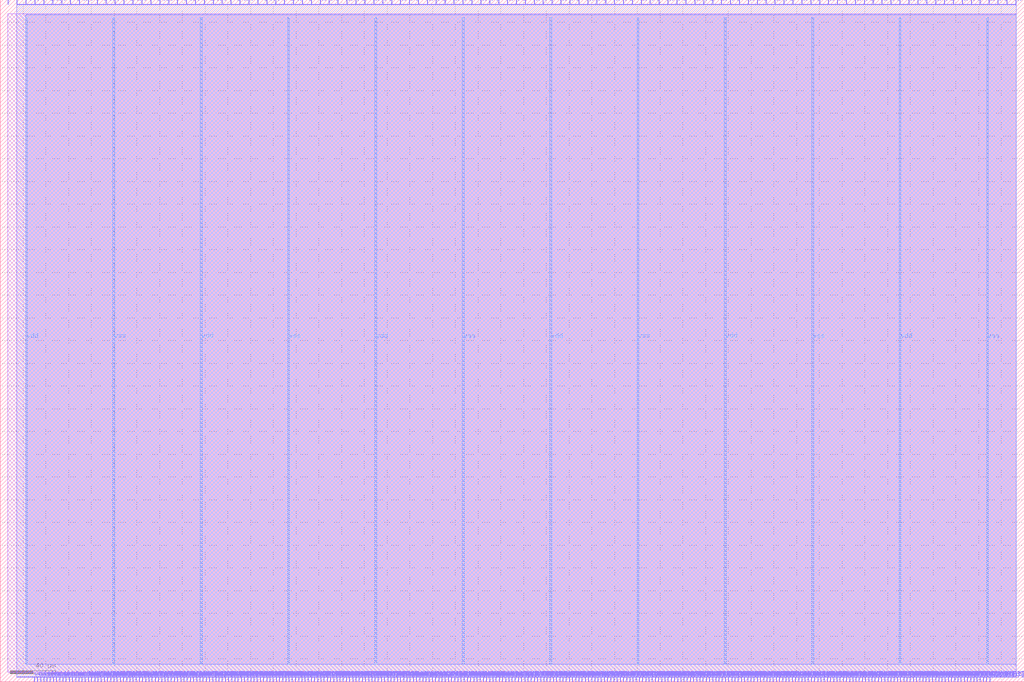
<source format=lef>
VERSION 5.7 ;
  NOWIREEXTENSIONATPIN ON ;
  DIVIDERCHAR "/" ;
  BUSBITCHARS "[]" ;
MACRO unigate
  CLASS BLOCK ;
  FOREIGN unigate ;
  ORIGIN 0.000 0.000 ;
  SIZE 900.000 BY 600.000 ;
  PIN io_in[0]
    DIRECTION INPUT ;
    USE SIGNAL ;
    PORT
      LAYER Metal2 ;
        RECT 6.720 596.000 7.280 600.000 ;
    END
  END io_in[0]
  PIN io_in[10]
    DIRECTION INPUT ;
    USE SIGNAL ;
    PORT
      LAYER Metal2 ;
        RECT 241.920 596.000 242.480 600.000 ;
    END
  END io_in[10]
  PIN io_in[11]
    DIRECTION INPUT ;
    USE SIGNAL ;
    PORT
      LAYER Metal2 ;
        RECT 265.440 596.000 266.000 600.000 ;
    END
  END io_in[11]
  PIN io_in[12]
    DIRECTION INPUT ;
    USE SIGNAL ;
    PORT
      LAYER Metal2 ;
        RECT 288.960 596.000 289.520 600.000 ;
    END
  END io_in[12]
  PIN io_in[13]
    DIRECTION INPUT ;
    USE SIGNAL ;
    PORT
      LAYER Metal2 ;
        RECT 312.480 596.000 313.040 600.000 ;
    END
  END io_in[13]
  PIN io_in[14]
    DIRECTION INPUT ;
    USE SIGNAL ;
    PORT
      LAYER Metal2 ;
        RECT 336.000 596.000 336.560 600.000 ;
    END
  END io_in[14]
  PIN io_in[15]
    DIRECTION INPUT ;
    USE SIGNAL ;
    PORT
      LAYER Metal2 ;
        RECT 359.520 596.000 360.080 600.000 ;
    END
  END io_in[15]
  PIN io_in[16]
    DIRECTION INPUT ;
    USE SIGNAL ;
    PORT
      LAYER Metal2 ;
        RECT 383.040 596.000 383.600 600.000 ;
    END
  END io_in[16]
  PIN io_in[17]
    DIRECTION INPUT ;
    USE SIGNAL ;
    PORT
      LAYER Metal2 ;
        RECT 406.560 596.000 407.120 600.000 ;
    END
  END io_in[17]
  PIN io_in[18]
    DIRECTION INPUT ;
    USE SIGNAL ;
    PORT
      LAYER Metal2 ;
        RECT 430.080 596.000 430.640 600.000 ;
    END
  END io_in[18]
  PIN io_in[19]
    DIRECTION INPUT ;
    USE SIGNAL ;
    PORT
      LAYER Metal2 ;
        RECT 453.600 596.000 454.160 600.000 ;
    END
  END io_in[19]
  PIN io_in[1]
    DIRECTION INPUT ;
    USE SIGNAL ;
    PORT
      LAYER Metal2 ;
        RECT 30.240 596.000 30.800 600.000 ;
    END
  END io_in[1]
  PIN io_in[20]
    DIRECTION INPUT ;
    USE SIGNAL ;
    PORT
      LAYER Metal2 ;
        RECT 477.120 596.000 477.680 600.000 ;
    END
  END io_in[20]
  PIN io_in[21]
    DIRECTION INPUT ;
    USE SIGNAL ;
    PORT
      LAYER Metal2 ;
        RECT 500.640 596.000 501.200 600.000 ;
    END
  END io_in[21]
  PIN io_in[22]
    DIRECTION INPUT ;
    USE SIGNAL ;
    PORT
      LAYER Metal2 ;
        RECT 524.160 596.000 524.720 600.000 ;
    END
  END io_in[22]
  PIN io_in[23]
    DIRECTION INPUT ;
    USE SIGNAL ;
    PORT
      LAYER Metal2 ;
        RECT 547.680 596.000 548.240 600.000 ;
    END
  END io_in[23]
  PIN io_in[24]
    DIRECTION INPUT ;
    USE SIGNAL ;
    PORT
      LAYER Metal2 ;
        RECT 571.200 596.000 571.760 600.000 ;
    END
  END io_in[24]
  PIN io_in[25]
    DIRECTION INPUT ;
    USE SIGNAL ;
    PORT
      LAYER Metal2 ;
        RECT 594.720 596.000 595.280 600.000 ;
    END
  END io_in[25]
  PIN io_in[26]
    DIRECTION INPUT ;
    USE SIGNAL ;
    PORT
      LAYER Metal2 ;
        RECT 618.240 596.000 618.800 600.000 ;
    END
  END io_in[26]
  PIN io_in[27]
    DIRECTION INPUT ;
    USE SIGNAL ;
    PORT
      LAYER Metal2 ;
        RECT 641.760 596.000 642.320 600.000 ;
    END
  END io_in[27]
  PIN io_in[28]
    DIRECTION INPUT ;
    USE SIGNAL ;
    PORT
      LAYER Metal2 ;
        RECT 665.280 596.000 665.840 600.000 ;
    END
  END io_in[28]
  PIN io_in[29]
    DIRECTION INPUT ;
    USE SIGNAL ;
    PORT
      LAYER Metal2 ;
        RECT 688.800 596.000 689.360 600.000 ;
    END
  END io_in[29]
  PIN io_in[2]
    DIRECTION INPUT ;
    USE SIGNAL ;
    PORT
      LAYER Metal2 ;
        RECT 53.760 596.000 54.320 600.000 ;
    END
  END io_in[2]
  PIN io_in[30]
    DIRECTION INPUT ;
    USE SIGNAL ;
    PORT
      LAYER Metal2 ;
        RECT 712.320 596.000 712.880 600.000 ;
    END
  END io_in[30]
  PIN io_in[31]
    DIRECTION INPUT ;
    USE SIGNAL ;
    PORT
      LAYER Metal2 ;
        RECT 735.840 596.000 736.400 600.000 ;
    END
  END io_in[31]
  PIN io_in[32]
    DIRECTION INPUT ;
    USE SIGNAL ;
    PORT
      LAYER Metal2 ;
        RECT 759.360 596.000 759.920 600.000 ;
    END
  END io_in[32]
  PIN io_in[33]
    DIRECTION INPUT ;
    USE SIGNAL ;
    PORT
      LAYER Metal2 ;
        RECT 782.880 596.000 783.440 600.000 ;
    END
  END io_in[33]
  PIN io_in[34]
    DIRECTION INPUT ;
    USE SIGNAL ;
    PORT
      LAYER Metal2 ;
        RECT 806.400 596.000 806.960 600.000 ;
    END
  END io_in[34]
  PIN io_in[35]
    DIRECTION INPUT ;
    USE SIGNAL ;
    PORT
      LAYER Metal2 ;
        RECT 829.920 596.000 830.480 600.000 ;
    END
  END io_in[35]
  PIN io_in[36]
    DIRECTION INPUT ;
    USE SIGNAL ;
    PORT
      LAYER Metal2 ;
        RECT 853.440 596.000 854.000 600.000 ;
    END
  END io_in[36]
  PIN io_in[37]
    DIRECTION INPUT ;
    USE SIGNAL ;
    PORT
      LAYER Metal2 ;
        RECT 876.960 596.000 877.520 600.000 ;
    END
  END io_in[37]
  PIN io_in[3]
    DIRECTION INPUT ;
    USE SIGNAL ;
    PORT
      LAYER Metal2 ;
        RECT 77.280 596.000 77.840 600.000 ;
    END
  END io_in[3]
  PIN io_in[4]
    DIRECTION INPUT ;
    USE SIGNAL ;
    PORT
      LAYER Metal2 ;
        RECT 100.800 596.000 101.360 600.000 ;
    END
  END io_in[4]
  PIN io_in[5]
    DIRECTION INPUT ;
    USE SIGNAL ;
    PORT
      LAYER Metal2 ;
        RECT 124.320 596.000 124.880 600.000 ;
    END
  END io_in[5]
  PIN io_in[6]
    DIRECTION INPUT ;
    USE SIGNAL ;
    PORT
      LAYER Metal2 ;
        RECT 147.840 596.000 148.400 600.000 ;
    END
  END io_in[6]
  PIN io_in[7]
    DIRECTION INPUT ;
    USE SIGNAL ;
    PORT
      LAYER Metal2 ;
        RECT 171.360 596.000 171.920 600.000 ;
    END
  END io_in[7]
  PIN io_in[8]
    DIRECTION INPUT ;
    USE SIGNAL ;
    PORT
      LAYER Metal2 ;
        RECT 194.880 596.000 195.440 600.000 ;
    END
  END io_in[8]
  PIN io_in[9]
    DIRECTION INPUT ;
    USE SIGNAL ;
    PORT
      LAYER Metal2 ;
        RECT 218.400 596.000 218.960 600.000 ;
    END
  END io_in[9]
  PIN io_oeb[0]
    DIRECTION OUTPUT TRISTATE ;
    USE SIGNAL ;
    PORT
      LAYER Metal2 ;
        RECT 14.560 596.000 15.120 600.000 ;
    END
  END io_oeb[0]
  PIN io_oeb[10]
    DIRECTION OUTPUT TRISTATE ;
    USE SIGNAL ;
    PORT
      LAYER Metal2 ;
        RECT 249.760 596.000 250.320 600.000 ;
    END
  END io_oeb[10]
  PIN io_oeb[11]
    DIRECTION OUTPUT TRISTATE ;
    USE SIGNAL ;
    PORT
      LAYER Metal2 ;
        RECT 273.280 596.000 273.840 600.000 ;
    END
  END io_oeb[11]
  PIN io_oeb[12]
    DIRECTION OUTPUT TRISTATE ;
    USE SIGNAL ;
    PORT
      LAYER Metal2 ;
        RECT 296.800 596.000 297.360 600.000 ;
    END
  END io_oeb[12]
  PIN io_oeb[13]
    DIRECTION OUTPUT TRISTATE ;
    USE SIGNAL ;
    PORT
      LAYER Metal2 ;
        RECT 320.320 596.000 320.880 600.000 ;
    END
  END io_oeb[13]
  PIN io_oeb[14]
    DIRECTION OUTPUT TRISTATE ;
    USE SIGNAL ;
    PORT
      LAYER Metal2 ;
        RECT 343.840 596.000 344.400 600.000 ;
    END
  END io_oeb[14]
  PIN io_oeb[15]
    DIRECTION OUTPUT TRISTATE ;
    USE SIGNAL ;
    PORT
      LAYER Metal2 ;
        RECT 367.360 596.000 367.920 600.000 ;
    END
  END io_oeb[15]
  PIN io_oeb[16]
    DIRECTION OUTPUT TRISTATE ;
    USE SIGNAL ;
    PORT
      LAYER Metal2 ;
        RECT 390.880 596.000 391.440 600.000 ;
    END
  END io_oeb[16]
  PIN io_oeb[17]
    DIRECTION OUTPUT TRISTATE ;
    USE SIGNAL ;
    PORT
      LAYER Metal2 ;
        RECT 414.400 596.000 414.960 600.000 ;
    END
  END io_oeb[17]
  PIN io_oeb[18]
    DIRECTION OUTPUT TRISTATE ;
    USE SIGNAL ;
    PORT
      LAYER Metal2 ;
        RECT 437.920 596.000 438.480 600.000 ;
    END
  END io_oeb[18]
  PIN io_oeb[19]
    DIRECTION OUTPUT TRISTATE ;
    USE SIGNAL ;
    PORT
      LAYER Metal2 ;
        RECT 461.440 596.000 462.000 600.000 ;
    END
  END io_oeb[19]
  PIN io_oeb[1]
    DIRECTION OUTPUT TRISTATE ;
    USE SIGNAL ;
    PORT
      LAYER Metal2 ;
        RECT 38.080 596.000 38.640 600.000 ;
    END
  END io_oeb[1]
  PIN io_oeb[20]
    DIRECTION OUTPUT TRISTATE ;
    USE SIGNAL ;
    PORT
      LAYER Metal2 ;
        RECT 484.960 596.000 485.520 600.000 ;
    END
  END io_oeb[20]
  PIN io_oeb[21]
    DIRECTION OUTPUT TRISTATE ;
    USE SIGNAL ;
    PORT
      LAYER Metal2 ;
        RECT 508.480 596.000 509.040 600.000 ;
    END
  END io_oeb[21]
  PIN io_oeb[22]
    DIRECTION OUTPUT TRISTATE ;
    USE SIGNAL ;
    PORT
      LAYER Metal2 ;
        RECT 532.000 596.000 532.560 600.000 ;
    END
  END io_oeb[22]
  PIN io_oeb[23]
    DIRECTION OUTPUT TRISTATE ;
    USE SIGNAL ;
    PORT
      LAYER Metal2 ;
        RECT 555.520 596.000 556.080 600.000 ;
    END
  END io_oeb[23]
  PIN io_oeb[24]
    DIRECTION OUTPUT TRISTATE ;
    USE SIGNAL ;
    PORT
      LAYER Metal2 ;
        RECT 579.040 596.000 579.600 600.000 ;
    END
  END io_oeb[24]
  PIN io_oeb[25]
    DIRECTION OUTPUT TRISTATE ;
    USE SIGNAL ;
    PORT
      LAYER Metal2 ;
        RECT 602.560 596.000 603.120 600.000 ;
    END
  END io_oeb[25]
  PIN io_oeb[26]
    DIRECTION OUTPUT TRISTATE ;
    USE SIGNAL ;
    PORT
      LAYER Metal2 ;
        RECT 626.080 596.000 626.640 600.000 ;
    END
  END io_oeb[26]
  PIN io_oeb[27]
    DIRECTION OUTPUT TRISTATE ;
    USE SIGNAL ;
    PORT
      LAYER Metal2 ;
        RECT 649.600 596.000 650.160 600.000 ;
    END
  END io_oeb[27]
  PIN io_oeb[28]
    DIRECTION OUTPUT TRISTATE ;
    USE SIGNAL ;
    PORT
      LAYER Metal2 ;
        RECT 673.120 596.000 673.680 600.000 ;
    END
  END io_oeb[28]
  PIN io_oeb[29]
    DIRECTION OUTPUT TRISTATE ;
    USE SIGNAL ;
    PORT
      LAYER Metal2 ;
        RECT 696.640 596.000 697.200 600.000 ;
    END
  END io_oeb[29]
  PIN io_oeb[2]
    DIRECTION OUTPUT TRISTATE ;
    USE SIGNAL ;
    PORT
      LAYER Metal2 ;
        RECT 61.600 596.000 62.160 600.000 ;
    END
  END io_oeb[2]
  PIN io_oeb[30]
    DIRECTION OUTPUT TRISTATE ;
    USE SIGNAL ;
    PORT
      LAYER Metal2 ;
        RECT 720.160 596.000 720.720 600.000 ;
    END
  END io_oeb[30]
  PIN io_oeb[31]
    DIRECTION OUTPUT TRISTATE ;
    USE SIGNAL ;
    PORT
      LAYER Metal2 ;
        RECT 743.680 596.000 744.240 600.000 ;
    END
  END io_oeb[31]
  PIN io_oeb[32]
    DIRECTION OUTPUT TRISTATE ;
    USE SIGNAL ;
    PORT
      LAYER Metal2 ;
        RECT 767.200 596.000 767.760 600.000 ;
    END
  END io_oeb[32]
  PIN io_oeb[33]
    DIRECTION OUTPUT TRISTATE ;
    USE SIGNAL ;
    PORT
      LAYER Metal2 ;
        RECT 790.720 596.000 791.280 600.000 ;
    END
  END io_oeb[33]
  PIN io_oeb[34]
    DIRECTION OUTPUT TRISTATE ;
    USE SIGNAL ;
    PORT
      LAYER Metal2 ;
        RECT 814.240 596.000 814.800 600.000 ;
    END
  END io_oeb[34]
  PIN io_oeb[35]
    DIRECTION OUTPUT TRISTATE ;
    USE SIGNAL ;
    PORT
      LAYER Metal2 ;
        RECT 837.760 596.000 838.320 600.000 ;
    END
  END io_oeb[35]
  PIN io_oeb[36]
    DIRECTION OUTPUT TRISTATE ;
    USE SIGNAL ;
    PORT
      LAYER Metal2 ;
        RECT 861.280 596.000 861.840 600.000 ;
    END
  END io_oeb[36]
  PIN io_oeb[37]
    DIRECTION OUTPUT TRISTATE ;
    USE SIGNAL ;
    PORT
      LAYER Metal2 ;
        RECT 884.800 596.000 885.360 600.000 ;
    END
  END io_oeb[37]
  PIN io_oeb[3]
    DIRECTION OUTPUT TRISTATE ;
    USE SIGNAL ;
    PORT
      LAYER Metal2 ;
        RECT 85.120 596.000 85.680 600.000 ;
    END
  END io_oeb[3]
  PIN io_oeb[4]
    DIRECTION OUTPUT TRISTATE ;
    USE SIGNAL ;
    PORT
      LAYER Metal2 ;
        RECT 108.640 596.000 109.200 600.000 ;
    END
  END io_oeb[4]
  PIN io_oeb[5]
    DIRECTION OUTPUT TRISTATE ;
    USE SIGNAL ;
    PORT
      LAYER Metal2 ;
        RECT 132.160 596.000 132.720 600.000 ;
    END
  END io_oeb[5]
  PIN io_oeb[6]
    DIRECTION OUTPUT TRISTATE ;
    USE SIGNAL ;
    PORT
      LAYER Metal2 ;
        RECT 155.680 596.000 156.240 600.000 ;
    END
  END io_oeb[6]
  PIN io_oeb[7]
    DIRECTION OUTPUT TRISTATE ;
    USE SIGNAL ;
    PORT
      LAYER Metal2 ;
        RECT 179.200 596.000 179.760 600.000 ;
    END
  END io_oeb[7]
  PIN io_oeb[8]
    DIRECTION OUTPUT TRISTATE ;
    USE SIGNAL ;
    PORT
      LAYER Metal2 ;
        RECT 202.720 596.000 203.280 600.000 ;
    END
  END io_oeb[8]
  PIN io_oeb[9]
    DIRECTION OUTPUT TRISTATE ;
    USE SIGNAL ;
    PORT
      LAYER Metal2 ;
        RECT 226.240 596.000 226.800 600.000 ;
    END
  END io_oeb[9]
  PIN io_out[0]
    DIRECTION OUTPUT TRISTATE ;
    USE SIGNAL ;
    PORT
      LAYER Metal2 ;
        RECT 22.400 596.000 22.960 600.000 ;
    END
  END io_out[0]
  PIN io_out[10]
    DIRECTION OUTPUT TRISTATE ;
    USE SIGNAL ;
    PORT
      LAYER Metal2 ;
        RECT 257.600 596.000 258.160 600.000 ;
    END
  END io_out[10]
  PIN io_out[11]
    DIRECTION OUTPUT TRISTATE ;
    USE SIGNAL ;
    PORT
      LAYER Metal2 ;
        RECT 281.120 596.000 281.680 600.000 ;
    END
  END io_out[11]
  PIN io_out[12]
    DIRECTION OUTPUT TRISTATE ;
    USE SIGNAL ;
    PORT
      LAYER Metal2 ;
        RECT 304.640 596.000 305.200 600.000 ;
    END
  END io_out[12]
  PIN io_out[13]
    DIRECTION OUTPUT TRISTATE ;
    USE SIGNAL ;
    PORT
      LAYER Metal2 ;
        RECT 328.160 596.000 328.720 600.000 ;
    END
  END io_out[13]
  PIN io_out[14]
    DIRECTION OUTPUT TRISTATE ;
    USE SIGNAL ;
    PORT
      LAYER Metal2 ;
        RECT 351.680 596.000 352.240 600.000 ;
    END
  END io_out[14]
  PIN io_out[15]
    DIRECTION OUTPUT TRISTATE ;
    USE SIGNAL ;
    PORT
      LAYER Metal2 ;
        RECT 375.200 596.000 375.760 600.000 ;
    END
  END io_out[15]
  PIN io_out[16]
    DIRECTION OUTPUT TRISTATE ;
    USE SIGNAL ;
    PORT
      LAYER Metal2 ;
        RECT 398.720 596.000 399.280 600.000 ;
    END
  END io_out[16]
  PIN io_out[17]
    DIRECTION OUTPUT TRISTATE ;
    USE SIGNAL ;
    PORT
      LAYER Metal2 ;
        RECT 422.240 596.000 422.800 600.000 ;
    END
  END io_out[17]
  PIN io_out[18]
    DIRECTION OUTPUT TRISTATE ;
    USE SIGNAL ;
    PORT
      LAYER Metal2 ;
        RECT 445.760 596.000 446.320 600.000 ;
    END
  END io_out[18]
  PIN io_out[19]
    DIRECTION OUTPUT TRISTATE ;
    USE SIGNAL ;
    PORT
      LAYER Metal2 ;
        RECT 469.280 596.000 469.840 600.000 ;
    END
  END io_out[19]
  PIN io_out[1]
    DIRECTION OUTPUT TRISTATE ;
    USE SIGNAL ;
    PORT
      LAYER Metal2 ;
        RECT 45.920 596.000 46.480 600.000 ;
    END
  END io_out[1]
  PIN io_out[20]
    DIRECTION OUTPUT TRISTATE ;
    USE SIGNAL ;
    PORT
      LAYER Metal2 ;
        RECT 492.800 596.000 493.360 600.000 ;
    END
  END io_out[20]
  PIN io_out[21]
    DIRECTION OUTPUT TRISTATE ;
    USE SIGNAL ;
    PORT
      LAYER Metal2 ;
        RECT 516.320 596.000 516.880 600.000 ;
    END
  END io_out[21]
  PIN io_out[22]
    DIRECTION OUTPUT TRISTATE ;
    USE SIGNAL ;
    PORT
      LAYER Metal2 ;
        RECT 539.840 596.000 540.400 600.000 ;
    END
  END io_out[22]
  PIN io_out[23]
    DIRECTION OUTPUT TRISTATE ;
    USE SIGNAL ;
    PORT
      LAYER Metal2 ;
        RECT 563.360 596.000 563.920 600.000 ;
    END
  END io_out[23]
  PIN io_out[24]
    DIRECTION OUTPUT TRISTATE ;
    USE SIGNAL ;
    PORT
      LAYER Metal2 ;
        RECT 586.880 596.000 587.440 600.000 ;
    END
  END io_out[24]
  PIN io_out[25]
    DIRECTION OUTPUT TRISTATE ;
    USE SIGNAL ;
    PORT
      LAYER Metal2 ;
        RECT 610.400 596.000 610.960 600.000 ;
    END
  END io_out[25]
  PIN io_out[26]
    DIRECTION OUTPUT TRISTATE ;
    USE SIGNAL ;
    PORT
      LAYER Metal2 ;
        RECT 633.920 596.000 634.480 600.000 ;
    END
  END io_out[26]
  PIN io_out[27]
    DIRECTION OUTPUT TRISTATE ;
    USE SIGNAL ;
    PORT
      LAYER Metal2 ;
        RECT 657.440 596.000 658.000 600.000 ;
    END
  END io_out[27]
  PIN io_out[28]
    DIRECTION OUTPUT TRISTATE ;
    USE SIGNAL ;
    PORT
      LAYER Metal2 ;
        RECT 680.960 596.000 681.520 600.000 ;
    END
  END io_out[28]
  PIN io_out[29]
    DIRECTION OUTPUT TRISTATE ;
    USE SIGNAL ;
    PORT
      LAYER Metal2 ;
        RECT 704.480 596.000 705.040 600.000 ;
    END
  END io_out[29]
  PIN io_out[2]
    DIRECTION OUTPUT TRISTATE ;
    USE SIGNAL ;
    PORT
      LAYER Metal2 ;
        RECT 69.440 596.000 70.000 600.000 ;
    END
  END io_out[2]
  PIN io_out[30]
    DIRECTION OUTPUT TRISTATE ;
    USE SIGNAL ;
    PORT
      LAYER Metal2 ;
        RECT 728.000 596.000 728.560 600.000 ;
    END
  END io_out[30]
  PIN io_out[31]
    DIRECTION OUTPUT TRISTATE ;
    USE SIGNAL ;
    PORT
      LAYER Metal2 ;
        RECT 751.520 596.000 752.080 600.000 ;
    END
  END io_out[31]
  PIN io_out[32]
    DIRECTION OUTPUT TRISTATE ;
    USE SIGNAL ;
    PORT
      LAYER Metal2 ;
        RECT 775.040 596.000 775.600 600.000 ;
    END
  END io_out[32]
  PIN io_out[33]
    DIRECTION OUTPUT TRISTATE ;
    USE SIGNAL ;
    PORT
      LAYER Metal2 ;
        RECT 798.560 596.000 799.120 600.000 ;
    END
  END io_out[33]
  PIN io_out[34]
    DIRECTION OUTPUT TRISTATE ;
    USE SIGNAL ;
    PORT
      LAYER Metal2 ;
        RECT 822.080 596.000 822.640 600.000 ;
    END
  END io_out[34]
  PIN io_out[35]
    DIRECTION OUTPUT TRISTATE ;
    USE SIGNAL ;
    PORT
      LAYER Metal2 ;
        RECT 845.600 596.000 846.160 600.000 ;
    END
  END io_out[35]
  PIN io_out[36]
    DIRECTION OUTPUT TRISTATE ;
    USE SIGNAL ;
    PORT
      LAYER Metal2 ;
        RECT 869.120 596.000 869.680 600.000 ;
    END
  END io_out[36]
  PIN io_out[37]
    DIRECTION OUTPUT TRISTATE ;
    USE SIGNAL ;
    PORT
      LAYER Metal2 ;
        RECT 892.640 596.000 893.200 600.000 ;
    END
  END io_out[37]
  PIN io_out[3]
    DIRECTION OUTPUT TRISTATE ;
    USE SIGNAL ;
    PORT
      LAYER Metal2 ;
        RECT 92.960 596.000 93.520 600.000 ;
    END
  END io_out[3]
  PIN io_out[4]
    DIRECTION OUTPUT TRISTATE ;
    USE SIGNAL ;
    PORT
      LAYER Metal2 ;
        RECT 116.480 596.000 117.040 600.000 ;
    END
  END io_out[4]
  PIN io_out[5]
    DIRECTION OUTPUT TRISTATE ;
    USE SIGNAL ;
    PORT
      LAYER Metal2 ;
        RECT 140.000 596.000 140.560 600.000 ;
    END
  END io_out[5]
  PIN io_out[6]
    DIRECTION OUTPUT TRISTATE ;
    USE SIGNAL ;
    PORT
      LAYER Metal2 ;
        RECT 163.520 596.000 164.080 600.000 ;
    END
  END io_out[6]
  PIN io_out[7]
    DIRECTION OUTPUT TRISTATE ;
    USE SIGNAL ;
    PORT
      LAYER Metal2 ;
        RECT 187.040 596.000 187.600 600.000 ;
    END
  END io_out[7]
  PIN io_out[8]
    DIRECTION OUTPUT TRISTATE ;
    USE SIGNAL ;
    PORT
      LAYER Metal2 ;
        RECT 210.560 596.000 211.120 600.000 ;
    END
  END io_out[8]
  PIN io_out[9]
    DIRECTION OUTPUT TRISTATE ;
    USE SIGNAL ;
    PORT
      LAYER Metal2 ;
        RECT 234.080 596.000 234.640 600.000 ;
    END
  END io_out[9]
  PIN irq[0]
    DIRECTION OUTPUT TRISTATE ;
    USE SIGNAL ;
    PORT
      LAYER Metal2 ;
        RECT 864.080 0.000 864.640 4.000 ;
    END
  END irq[0]
  PIN irq[1]
    DIRECTION OUTPUT TRISTATE ;
    USE SIGNAL ;
    PORT
      LAYER Metal2 ;
        RECT 866.880 0.000 867.440 4.000 ;
    END
  END irq[1]
  PIN irq[2]
    DIRECTION OUTPUT TRISTATE ;
    USE SIGNAL ;
    PORT
      LAYER Metal2 ;
        RECT 869.680 0.000 870.240 4.000 ;
    END
  END irq[2]
  PIN la_data_in[0]
    DIRECTION INPUT ;
    USE SIGNAL ;
    PORT
      LAYER Metal2 ;
        RECT 326.480 0.000 327.040 4.000 ;
    END
  END la_data_in[0]
  PIN la_data_in[10]
    DIRECTION INPUT ;
    USE SIGNAL ;
    PORT
      LAYER Metal2 ;
        RECT 410.480 0.000 411.040 4.000 ;
    END
  END la_data_in[10]
  PIN la_data_in[11]
    DIRECTION INPUT ;
    USE SIGNAL ;
    PORT
      LAYER Metal2 ;
        RECT 418.880 0.000 419.440 4.000 ;
    END
  END la_data_in[11]
  PIN la_data_in[12]
    DIRECTION INPUT ;
    USE SIGNAL ;
    PORT
      LAYER Metal2 ;
        RECT 427.280 0.000 427.840 4.000 ;
    END
  END la_data_in[12]
  PIN la_data_in[13]
    DIRECTION INPUT ;
    USE SIGNAL ;
    PORT
      LAYER Metal2 ;
        RECT 435.680 0.000 436.240 4.000 ;
    END
  END la_data_in[13]
  PIN la_data_in[14]
    DIRECTION INPUT ;
    USE SIGNAL ;
    PORT
      LAYER Metal2 ;
        RECT 444.080 0.000 444.640 4.000 ;
    END
  END la_data_in[14]
  PIN la_data_in[15]
    DIRECTION INPUT ;
    USE SIGNAL ;
    PORT
      LAYER Metal2 ;
        RECT 452.480 0.000 453.040 4.000 ;
    END
  END la_data_in[15]
  PIN la_data_in[16]
    DIRECTION INPUT ;
    USE SIGNAL ;
    PORT
      LAYER Metal2 ;
        RECT 460.880 0.000 461.440 4.000 ;
    END
  END la_data_in[16]
  PIN la_data_in[17]
    DIRECTION INPUT ;
    USE SIGNAL ;
    PORT
      LAYER Metal2 ;
        RECT 469.280 0.000 469.840 4.000 ;
    END
  END la_data_in[17]
  PIN la_data_in[18]
    DIRECTION INPUT ;
    USE SIGNAL ;
    PORT
      LAYER Metal2 ;
        RECT 477.680 0.000 478.240 4.000 ;
    END
  END la_data_in[18]
  PIN la_data_in[19]
    DIRECTION INPUT ;
    USE SIGNAL ;
    PORT
      LAYER Metal2 ;
        RECT 486.080 0.000 486.640 4.000 ;
    END
  END la_data_in[19]
  PIN la_data_in[1]
    DIRECTION INPUT ;
    USE SIGNAL ;
    PORT
      LAYER Metal2 ;
        RECT 334.880 0.000 335.440 4.000 ;
    END
  END la_data_in[1]
  PIN la_data_in[20]
    DIRECTION INPUT ;
    USE SIGNAL ;
    PORT
      LAYER Metal2 ;
        RECT 494.480 0.000 495.040 4.000 ;
    END
  END la_data_in[20]
  PIN la_data_in[21]
    DIRECTION INPUT ;
    USE SIGNAL ;
    PORT
      LAYER Metal2 ;
        RECT 502.880 0.000 503.440 4.000 ;
    END
  END la_data_in[21]
  PIN la_data_in[22]
    DIRECTION INPUT ;
    USE SIGNAL ;
    PORT
      LAYER Metal2 ;
        RECT 511.280 0.000 511.840 4.000 ;
    END
  END la_data_in[22]
  PIN la_data_in[23]
    DIRECTION INPUT ;
    USE SIGNAL ;
    PORT
      LAYER Metal2 ;
        RECT 519.680 0.000 520.240 4.000 ;
    END
  END la_data_in[23]
  PIN la_data_in[24]
    DIRECTION INPUT ;
    USE SIGNAL ;
    PORT
      LAYER Metal2 ;
        RECT 528.080 0.000 528.640 4.000 ;
    END
  END la_data_in[24]
  PIN la_data_in[25]
    DIRECTION INPUT ;
    USE SIGNAL ;
    PORT
      LAYER Metal2 ;
        RECT 536.480 0.000 537.040 4.000 ;
    END
  END la_data_in[25]
  PIN la_data_in[26]
    DIRECTION INPUT ;
    USE SIGNAL ;
    PORT
      LAYER Metal2 ;
        RECT 544.880 0.000 545.440 4.000 ;
    END
  END la_data_in[26]
  PIN la_data_in[27]
    DIRECTION INPUT ;
    USE SIGNAL ;
    PORT
      LAYER Metal2 ;
        RECT 553.280 0.000 553.840 4.000 ;
    END
  END la_data_in[27]
  PIN la_data_in[28]
    DIRECTION INPUT ;
    USE SIGNAL ;
    PORT
      LAYER Metal2 ;
        RECT 561.680 0.000 562.240 4.000 ;
    END
  END la_data_in[28]
  PIN la_data_in[29]
    DIRECTION INPUT ;
    USE SIGNAL ;
    PORT
      LAYER Metal2 ;
        RECT 570.080 0.000 570.640 4.000 ;
    END
  END la_data_in[29]
  PIN la_data_in[2]
    DIRECTION INPUT ;
    USE SIGNAL ;
    PORT
      LAYER Metal2 ;
        RECT 343.280 0.000 343.840 4.000 ;
    END
  END la_data_in[2]
  PIN la_data_in[30]
    DIRECTION INPUT ;
    USE SIGNAL ;
    PORT
      LAYER Metal2 ;
        RECT 578.480 0.000 579.040 4.000 ;
    END
  END la_data_in[30]
  PIN la_data_in[31]
    DIRECTION INPUT ;
    USE SIGNAL ;
    PORT
      LAYER Metal2 ;
        RECT 586.880 0.000 587.440 4.000 ;
    END
  END la_data_in[31]
  PIN la_data_in[32]
    DIRECTION INPUT ;
    USE SIGNAL ;
    PORT
      LAYER Metal2 ;
        RECT 595.280 0.000 595.840 4.000 ;
    END
  END la_data_in[32]
  PIN la_data_in[33]
    DIRECTION INPUT ;
    USE SIGNAL ;
    PORT
      LAYER Metal2 ;
        RECT 603.680 0.000 604.240 4.000 ;
    END
  END la_data_in[33]
  PIN la_data_in[34]
    DIRECTION INPUT ;
    USE SIGNAL ;
    PORT
      LAYER Metal2 ;
        RECT 612.080 0.000 612.640 4.000 ;
    END
  END la_data_in[34]
  PIN la_data_in[35]
    DIRECTION INPUT ;
    USE SIGNAL ;
    PORT
      LAYER Metal2 ;
        RECT 620.480 0.000 621.040 4.000 ;
    END
  END la_data_in[35]
  PIN la_data_in[36]
    DIRECTION INPUT ;
    USE SIGNAL ;
    PORT
      LAYER Metal2 ;
        RECT 628.880 0.000 629.440 4.000 ;
    END
  END la_data_in[36]
  PIN la_data_in[37]
    DIRECTION INPUT ;
    USE SIGNAL ;
    PORT
      LAYER Metal2 ;
        RECT 637.280 0.000 637.840 4.000 ;
    END
  END la_data_in[37]
  PIN la_data_in[38]
    DIRECTION INPUT ;
    USE SIGNAL ;
    PORT
      LAYER Metal2 ;
        RECT 645.680 0.000 646.240 4.000 ;
    END
  END la_data_in[38]
  PIN la_data_in[39]
    DIRECTION INPUT ;
    USE SIGNAL ;
    PORT
      LAYER Metal2 ;
        RECT 654.080 0.000 654.640 4.000 ;
    END
  END la_data_in[39]
  PIN la_data_in[3]
    DIRECTION INPUT ;
    USE SIGNAL ;
    PORT
      LAYER Metal2 ;
        RECT 351.680 0.000 352.240 4.000 ;
    END
  END la_data_in[3]
  PIN la_data_in[40]
    DIRECTION INPUT ;
    USE SIGNAL ;
    PORT
      LAYER Metal2 ;
        RECT 662.480 0.000 663.040 4.000 ;
    END
  END la_data_in[40]
  PIN la_data_in[41]
    DIRECTION INPUT ;
    USE SIGNAL ;
    PORT
      LAYER Metal2 ;
        RECT 670.880 0.000 671.440 4.000 ;
    END
  END la_data_in[41]
  PIN la_data_in[42]
    DIRECTION INPUT ;
    USE SIGNAL ;
    PORT
      LAYER Metal2 ;
        RECT 679.280 0.000 679.840 4.000 ;
    END
  END la_data_in[42]
  PIN la_data_in[43]
    DIRECTION INPUT ;
    USE SIGNAL ;
    PORT
      LAYER Metal2 ;
        RECT 687.680 0.000 688.240 4.000 ;
    END
  END la_data_in[43]
  PIN la_data_in[44]
    DIRECTION INPUT ;
    USE SIGNAL ;
    PORT
      LAYER Metal2 ;
        RECT 696.080 0.000 696.640 4.000 ;
    END
  END la_data_in[44]
  PIN la_data_in[45]
    DIRECTION INPUT ;
    USE SIGNAL ;
    PORT
      LAYER Metal2 ;
        RECT 704.480 0.000 705.040 4.000 ;
    END
  END la_data_in[45]
  PIN la_data_in[46]
    DIRECTION INPUT ;
    USE SIGNAL ;
    PORT
      LAYER Metal2 ;
        RECT 712.880 0.000 713.440 4.000 ;
    END
  END la_data_in[46]
  PIN la_data_in[47]
    DIRECTION INPUT ;
    USE SIGNAL ;
    PORT
      LAYER Metal2 ;
        RECT 721.280 0.000 721.840 4.000 ;
    END
  END la_data_in[47]
  PIN la_data_in[48]
    DIRECTION INPUT ;
    USE SIGNAL ;
    PORT
      LAYER Metal2 ;
        RECT 729.680 0.000 730.240 4.000 ;
    END
  END la_data_in[48]
  PIN la_data_in[49]
    DIRECTION INPUT ;
    USE SIGNAL ;
    PORT
      LAYER Metal2 ;
        RECT 738.080 0.000 738.640 4.000 ;
    END
  END la_data_in[49]
  PIN la_data_in[4]
    DIRECTION INPUT ;
    USE SIGNAL ;
    PORT
      LAYER Metal2 ;
        RECT 360.080 0.000 360.640 4.000 ;
    END
  END la_data_in[4]
  PIN la_data_in[50]
    DIRECTION INPUT ;
    USE SIGNAL ;
    PORT
      LAYER Metal2 ;
        RECT 746.480 0.000 747.040 4.000 ;
    END
  END la_data_in[50]
  PIN la_data_in[51]
    DIRECTION INPUT ;
    USE SIGNAL ;
    PORT
      LAYER Metal2 ;
        RECT 754.880 0.000 755.440 4.000 ;
    END
  END la_data_in[51]
  PIN la_data_in[52]
    DIRECTION INPUT ;
    USE SIGNAL ;
    PORT
      LAYER Metal2 ;
        RECT 763.280 0.000 763.840 4.000 ;
    END
  END la_data_in[52]
  PIN la_data_in[53]
    DIRECTION INPUT ;
    USE SIGNAL ;
    PORT
      LAYER Metal2 ;
        RECT 771.680 0.000 772.240 4.000 ;
    END
  END la_data_in[53]
  PIN la_data_in[54]
    DIRECTION INPUT ;
    USE SIGNAL ;
    PORT
      LAYER Metal2 ;
        RECT 780.080 0.000 780.640 4.000 ;
    END
  END la_data_in[54]
  PIN la_data_in[55]
    DIRECTION INPUT ;
    USE SIGNAL ;
    PORT
      LAYER Metal2 ;
        RECT 788.480 0.000 789.040 4.000 ;
    END
  END la_data_in[55]
  PIN la_data_in[56]
    DIRECTION INPUT ;
    USE SIGNAL ;
    PORT
      LAYER Metal2 ;
        RECT 796.880 0.000 797.440 4.000 ;
    END
  END la_data_in[56]
  PIN la_data_in[57]
    DIRECTION INPUT ;
    USE SIGNAL ;
    PORT
      LAYER Metal2 ;
        RECT 805.280 0.000 805.840 4.000 ;
    END
  END la_data_in[57]
  PIN la_data_in[58]
    DIRECTION INPUT ;
    USE SIGNAL ;
    PORT
      LAYER Metal2 ;
        RECT 813.680 0.000 814.240 4.000 ;
    END
  END la_data_in[58]
  PIN la_data_in[59]
    DIRECTION INPUT ;
    USE SIGNAL ;
    PORT
      LAYER Metal2 ;
        RECT 822.080 0.000 822.640 4.000 ;
    END
  END la_data_in[59]
  PIN la_data_in[5]
    DIRECTION INPUT ;
    USE SIGNAL ;
    PORT
      LAYER Metal2 ;
        RECT 368.480 0.000 369.040 4.000 ;
    END
  END la_data_in[5]
  PIN la_data_in[60]
    DIRECTION INPUT ;
    USE SIGNAL ;
    PORT
      LAYER Metal2 ;
        RECT 830.480 0.000 831.040 4.000 ;
    END
  END la_data_in[60]
  PIN la_data_in[61]
    DIRECTION INPUT ;
    USE SIGNAL ;
    PORT
      LAYER Metal2 ;
        RECT 838.880 0.000 839.440 4.000 ;
    END
  END la_data_in[61]
  PIN la_data_in[62]
    DIRECTION INPUT ;
    USE SIGNAL ;
    PORT
      LAYER Metal2 ;
        RECT 847.280 0.000 847.840 4.000 ;
    END
  END la_data_in[62]
  PIN la_data_in[63]
    DIRECTION INPUT ;
    USE SIGNAL ;
    PORT
      LAYER Metal2 ;
        RECT 855.680 0.000 856.240 4.000 ;
    END
  END la_data_in[63]
  PIN la_data_in[6]
    DIRECTION INPUT ;
    USE SIGNAL ;
    PORT
      LAYER Metal2 ;
        RECT 376.880 0.000 377.440 4.000 ;
    END
  END la_data_in[6]
  PIN la_data_in[7]
    DIRECTION INPUT ;
    USE SIGNAL ;
    PORT
      LAYER Metal2 ;
        RECT 385.280 0.000 385.840 4.000 ;
    END
  END la_data_in[7]
  PIN la_data_in[8]
    DIRECTION INPUT ;
    USE SIGNAL ;
    PORT
      LAYER Metal2 ;
        RECT 393.680 0.000 394.240 4.000 ;
    END
  END la_data_in[8]
  PIN la_data_in[9]
    DIRECTION INPUT ;
    USE SIGNAL ;
    PORT
      LAYER Metal2 ;
        RECT 402.080 0.000 402.640 4.000 ;
    END
  END la_data_in[9]
  PIN la_data_out[0]
    DIRECTION OUTPUT TRISTATE ;
    USE SIGNAL ;
    PORT
      LAYER Metal2 ;
        RECT 329.280 0.000 329.840 4.000 ;
    END
  END la_data_out[0]
  PIN la_data_out[10]
    DIRECTION OUTPUT TRISTATE ;
    USE SIGNAL ;
    PORT
      LAYER Metal2 ;
        RECT 413.280 0.000 413.840 4.000 ;
    END
  END la_data_out[10]
  PIN la_data_out[11]
    DIRECTION OUTPUT TRISTATE ;
    USE SIGNAL ;
    PORT
      LAYER Metal2 ;
        RECT 421.680 0.000 422.240 4.000 ;
    END
  END la_data_out[11]
  PIN la_data_out[12]
    DIRECTION OUTPUT TRISTATE ;
    USE SIGNAL ;
    PORT
      LAYER Metal2 ;
        RECT 430.080 0.000 430.640 4.000 ;
    END
  END la_data_out[12]
  PIN la_data_out[13]
    DIRECTION OUTPUT TRISTATE ;
    USE SIGNAL ;
    PORT
      LAYER Metal2 ;
        RECT 438.480 0.000 439.040 4.000 ;
    END
  END la_data_out[13]
  PIN la_data_out[14]
    DIRECTION OUTPUT TRISTATE ;
    USE SIGNAL ;
    PORT
      LAYER Metal2 ;
        RECT 446.880 0.000 447.440 4.000 ;
    END
  END la_data_out[14]
  PIN la_data_out[15]
    DIRECTION OUTPUT TRISTATE ;
    USE SIGNAL ;
    PORT
      LAYER Metal2 ;
        RECT 455.280 0.000 455.840 4.000 ;
    END
  END la_data_out[15]
  PIN la_data_out[16]
    DIRECTION OUTPUT TRISTATE ;
    USE SIGNAL ;
    PORT
      LAYER Metal2 ;
        RECT 463.680 0.000 464.240 4.000 ;
    END
  END la_data_out[16]
  PIN la_data_out[17]
    DIRECTION OUTPUT TRISTATE ;
    USE SIGNAL ;
    PORT
      LAYER Metal2 ;
        RECT 472.080 0.000 472.640 4.000 ;
    END
  END la_data_out[17]
  PIN la_data_out[18]
    DIRECTION OUTPUT TRISTATE ;
    USE SIGNAL ;
    PORT
      LAYER Metal2 ;
        RECT 480.480 0.000 481.040 4.000 ;
    END
  END la_data_out[18]
  PIN la_data_out[19]
    DIRECTION OUTPUT TRISTATE ;
    USE SIGNAL ;
    PORT
      LAYER Metal2 ;
        RECT 488.880 0.000 489.440 4.000 ;
    END
  END la_data_out[19]
  PIN la_data_out[1]
    DIRECTION OUTPUT TRISTATE ;
    USE SIGNAL ;
    PORT
      LAYER Metal2 ;
        RECT 337.680 0.000 338.240 4.000 ;
    END
  END la_data_out[1]
  PIN la_data_out[20]
    DIRECTION OUTPUT TRISTATE ;
    USE SIGNAL ;
    PORT
      LAYER Metal2 ;
        RECT 497.280 0.000 497.840 4.000 ;
    END
  END la_data_out[20]
  PIN la_data_out[21]
    DIRECTION OUTPUT TRISTATE ;
    USE SIGNAL ;
    PORT
      LAYER Metal2 ;
        RECT 505.680 0.000 506.240 4.000 ;
    END
  END la_data_out[21]
  PIN la_data_out[22]
    DIRECTION OUTPUT TRISTATE ;
    USE SIGNAL ;
    PORT
      LAYER Metal2 ;
        RECT 514.080 0.000 514.640 4.000 ;
    END
  END la_data_out[22]
  PIN la_data_out[23]
    DIRECTION OUTPUT TRISTATE ;
    USE SIGNAL ;
    PORT
      LAYER Metal2 ;
        RECT 522.480 0.000 523.040 4.000 ;
    END
  END la_data_out[23]
  PIN la_data_out[24]
    DIRECTION OUTPUT TRISTATE ;
    USE SIGNAL ;
    PORT
      LAYER Metal2 ;
        RECT 530.880 0.000 531.440 4.000 ;
    END
  END la_data_out[24]
  PIN la_data_out[25]
    DIRECTION OUTPUT TRISTATE ;
    USE SIGNAL ;
    PORT
      LAYER Metal2 ;
        RECT 539.280 0.000 539.840 4.000 ;
    END
  END la_data_out[25]
  PIN la_data_out[26]
    DIRECTION OUTPUT TRISTATE ;
    USE SIGNAL ;
    PORT
      LAYER Metal2 ;
        RECT 547.680 0.000 548.240 4.000 ;
    END
  END la_data_out[26]
  PIN la_data_out[27]
    DIRECTION OUTPUT TRISTATE ;
    USE SIGNAL ;
    PORT
      LAYER Metal2 ;
        RECT 556.080 0.000 556.640 4.000 ;
    END
  END la_data_out[27]
  PIN la_data_out[28]
    DIRECTION OUTPUT TRISTATE ;
    USE SIGNAL ;
    PORT
      LAYER Metal2 ;
        RECT 564.480 0.000 565.040 4.000 ;
    END
  END la_data_out[28]
  PIN la_data_out[29]
    DIRECTION OUTPUT TRISTATE ;
    USE SIGNAL ;
    PORT
      LAYER Metal2 ;
        RECT 572.880 0.000 573.440 4.000 ;
    END
  END la_data_out[29]
  PIN la_data_out[2]
    DIRECTION OUTPUT TRISTATE ;
    USE SIGNAL ;
    PORT
      LAYER Metal2 ;
        RECT 346.080 0.000 346.640 4.000 ;
    END
  END la_data_out[2]
  PIN la_data_out[30]
    DIRECTION OUTPUT TRISTATE ;
    USE SIGNAL ;
    PORT
      LAYER Metal2 ;
        RECT 581.280 0.000 581.840 4.000 ;
    END
  END la_data_out[30]
  PIN la_data_out[31]
    DIRECTION OUTPUT TRISTATE ;
    USE SIGNAL ;
    PORT
      LAYER Metal2 ;
        RECT 589.680 0.000 590.240 4.000 ;
    END
  END la_data_out[31]
  PIN la_data_out[32]
    DIRECTION OUTPUT TRISTATE ;
    USE SIGNAL ;
    PORT
      LAYER Metal2 ;
        RECT 598.080 0.000 598.640 4.000 ;
    END
  END la_data_out[32]
  PIN la_data_out[33]
    DIRECTION OUTPUT TRISTATE ;
    USE SIGNAL ;
    PORT
      LAYER Metal2 ;
        RECT 606.480 0.000 607.040 4.000 ;
    END
  END la_data_out[33]
  PIN la_data_out[34]
    DIRECTION OUTPUT TRISTATE ;
    USE SIGNAL ;
    PORT
      LAYER Metal2 ;
        RECT 614.880 0.000 615.440 4.000 ;
    END
  END la_data_out[34]
  PIN la_data_out[35]
    DIRECTION OUTPUT TRISTATE ;
    USE SIGNAL ;
    PORT
      LAYER Metal2 ;
        RECT 623.280 0.000 623.840 4.000 ;
    END
  END la_data_out[35]
  PIN la_data_out[36]
    DIRECTION OUTPUT TRISTATE ;
    USE SIGNAL ;
    PORT
      LAYER Metal2 ;
        RECT 631.680 0.000 632.240 4.000 ;
    END
  END la_data_out[36]
  PIN la_data_out[37]
    DIRECTION OUTPUT TRISTATE ;
    USE SIGNAL ;
    PORT
      LAYER Metal2 ;
        RECT 640.080 0.000 640.640 4.000 ;
    END
  END la_data_out[37]
  PIN la_data_out[38]
    DIRECTION OUTPUT TRISTATE ;
    USE SIGNAL ;
    PORT
      LAYER Metal2 ;
        RECT 648.480 0.000 649.040 4.000 ;
    END
  END la_data_out[38]
  PIN la_data_out[39]
    DIRECTION OUTPUT TRISTATE ;
    USE SIGNAL ;
    PORT
      LAYER Metal2 ;
        RECT 656.880 0.000 657.440 4.000 ;
    END
  END la_data_out[39]
  PIN la_data_out[3]
    DIRECTION OUTPUT TRISTATE ;
    USE SIGNAL ;
    PORT
      LAYER Metal2 ;
        RECT 354.480 0.000 355.040 4.000 ;
    END
  END la_data_out[3]
  PIN la_data_out[40]
    DIRECTION OUTPUT TRISTATE ;
    USE SIGNAL ;
    PORT
      LAYER Metal2 ;
        RECT 665.280 0.000 665.840 4.000 ;
    END
  END la_data_out[40]
  PIN la_data_out[41]
    DIRECTION OUTPUT TRISTATE ;
    USE SIGNAL ;
    PORT
      LAYER Metal2 ;
        RECT 673.680 0.000 674.240 4.000 ;
    END
  END la_data_out[41]
  PIN la_data_out[42]
    DIRECTION OUTPUT TRISTATE ;
    USE SIGNAL ;
    PORT
      LAYER Metal2 ;
        RECT 682.080 0.000 682.640 4.000 ;
    END
  END la_data_out[42]
  PIN la_data_out[43]
    DIRECTION OUTPUT TRISTATE ;
    USE SIGNAL ;
    PORT
      LAYER Metal2 ;
        RECT 690.480 0.000 691.040 4.000 ;
    END
  END la_data_out[43]
  PIN la_data_out[44]
    DIRECTION OUTPUT TRISTATE ;
    USE SIGNAL ;
    PORT
      LAYER Metal2 ;
        RECT 698.880 0.000 699.440 4.000 ;
    END
  END la_data_out[44]
  PIN la_data_out[45]
    DIRECTION OUTPUT TRISTATE ;
    USE SIGNAL ;
    PORT
      LAYER Metal2 ;
        RECT 707.280 0.000 707.840 4.000 ;
    END
  END la_data_out[45]
  PIN la_data_out[46]
    DIRECTION OUTPUT TRISTATE ;
    USE SIGNAL ;
    PORT
      LAYER Metal2 ;
        RECT 715.680 0.000 716.240 4.000 ;
    END
  END la_data_out[46]
  PIN la_data_out[47]
    DIRECTION OUTPUT TRISTATE ;
    USE SIGNAL ;
    PORT
      LAYER Metal2 ;
        RECT 724.080 0.000 724.640 4.000 ;
    END
  END la_data_out[47]
  PIN la_data_out[48]
    DIRECTION OUTPUT TRISTATE ;
    USE SIGNAL ;
    PORT
      LAYER Metal2 ;
        RECT 732.480 0.000 733.040 4.000 ;
    END
  END la_data_out[48]
  PIN la_data_out[49]
    DIRECTION OUTPUT TRISTATE ;
    USE SIGNAL ;
    PORT
      LAYER Metal2 ;
        RECT 740.880 0.000 741.440 4.000 ;
    END
  END la_data_out[49]
  PIN la_data_out[4]
    DIRECTION OUTPUT TRISTATE ;
    USE SIGNAL ;
    PORT
      LAYER Metal2 ;
        RECT 362.880 0.000 363.440 4.000 ;
    END
  END la_data_out[4]
  PIN la_data_out[50]
    DIRECTION OUTPUT TRISTATE ;
    USE SIGNAL ;
    PORT
      LAYER Metal2 ;
        RECT 749.280 0.000 749.840 4.000 ;
    END
  END la_data_out[50]
  PIN la_data_out[51]
    DIRECTION OUTPUT TRISTATE ;
    USE SIGNAL ;
    PORT
      LAYER Metal2 ;
        RECT 757.680 0.000 758.240 4.000 ;
    END
  END la_data_out[51]
  PIN la_data_out[52]
    DIRECTION OUTPUT TRISTATE ;
    USE SIGNAL ;
    PORT
      LAYER Metal2 ;
        RECT 766.080 0.000 766.640 4.000 ;
    END
  END la_data_out[52]
  PIN la_data_out[53]
    DIRECTION OUTPUT TRISTATE ;
    USE SIGNAL ;
    PORT
      LAYER Metal2 ;
        RECT 774.480 0.000 775.040 4.000 ;
    END
  END la_data_out[53]
  PIN la_data_out[54]
    DIRECTION OUTPUT TRISTATE ;
    USE SIGNAL ;
    PORT
      LAYER Metal2 ;
        RECT 782.880 0.000 783.440 4.000 ;
    END
  END la_data_out[54]
  PIN la_data_out[55]
    DIRECTION OUTPUT TRISTATE ;
    USE SIGNAL ;
    PORT
      LAYER Metal2 ;
        RECT 791.280 0.000 791.840 4.000 ;
    END
  END la_data_out[55]
  PIN la_data_out[56]
    DIRECTION OUTPUT TRISTATE ;
    USE SIGNAL ;
    PORT
      LAYER Metal2 ;
        RECT 799.680 0.000 800.240 4.000 ;
    END
  END la_data_out[56]
  PIN la_data_out[57]
    DIRECTION OUTPUT TRISTATE ;
    USE SIGNAL ;
    PORT
      LAYER Metal2 ;
        RECT 808.080 0.000 808.640 4.000 ;
    END
  END la_data_out[57]
  PIN la_data_out[58]
    DIRECTION OUTPUT TRISTATE ;
    USE SIGNAL ;
    PORT
      LAYER Metal2 ;
        RECT 816.480 0.000 817.040 4.000 ;
    END
  END la_data_out[58]
  PIN la_data_out[59]
    DIRECTION OUTPUT TRISTATE ;
    USE SIGNAL ;
    PORT
      LAYER Metal2 ;
        RECT 824.880 0.000 825.440 4.000 ;
    END
  END la_data_out[59]
  PIN la_data_out[5]
    DIRECTION OUTPUT TRISTATE ;
    USE SIGNAL ;
    PORT
      LAYER Metal2 ;
        RECT 371.280 0.000 371.840 4.000 ;
    END
  END la_data_out[5]
  PIN la_data_out[60]
    DIRECTION OUTPUT TRISTATE ;
    USE SIGNAL ;
    PORT
      LAYER Metal2 ;
        RECT 833.280 0.000 833.840 4.000 ;
    END
  END la_data_out[60]
  PIN la_data_out[61]
    DIRECTION OUTPUT TRISTATE ;
    USE SIGNAL ;
    PORT
      LAYER Metal2 ;
        RECT 841.680 0.000 842.240 4.000 ;
    END
  END la_data_out[61]
  PIN la_data_out[62]
    DIRECTION OUTPUT TRISTATE ;
    USE SIGNAL ;
    PORT
      LAYER Metal2 ;
        RECT 850.080 0.000 850.640 4.000 ;
    END
  END la_data_out[62]
  PIN la_data_out[63]
    DIRECTION OUTPUT TRISTATE ;
    USE SIGNAL ;
    PORT
      LAYER Metal2 ;
        RECT 858.480 0.000 859.040 4.000 ;
    END
  END la_data_out[63]
  PIN la_data_out[6]
    DIRECTION OUTPUT TRISTATE ;
    USE SIGNAL ;
    PORT
      LAYER Metal2 ;
        RECT 379.680 0.000 380.240 4.000 ;
    END
  END la_data_out[6]
  PIN la_data_out[7]
    DIRECTION OUTPUT TRISTATE ;
    USE SIGNAL ;
    PORT
      LAYER Metal2 ;
        RECT 388.080 0.000 388.640 4.000 ;
    END
  END la_data_out[7]
  PIN la_data_out[8]
    DIRECTION OUTPUT TRISTATE ;
    USE SIGNAL ;
    PORT
      LAYER Metal2 ;
        RECT 396.480 0.000 397.040 4.000 ;
    END
  END la_data_out[8]
  PIN la_data_out[9]
    DIRECTION OUTPUT TRISTATE ;
    USE SIGNAL ;
    PORT
      LAYER Metal2 ;
        RECT 404.880 0.000 405.440 4.000 ;
    END
  END la_data_out[9]
  PIN la_oenb[0]
    DIRECTION INPUT ;
    USE SIGNAL ;
    PORT
      LAYER Metal2 ;
        RECT 332.080 0.000 332.640 4.000 ;
    END
  END la_oenb[0]
  PIN la_oenb[10]
    DIRECTION INPUT ;
    USE SIGNAL ;
    PORT
      LAYER Metal2 ;
        RECT 416.080 0.000 416.640 4.000 ;
    END
  END la_oenb[10]
  PIN la_oenb[11]
    DIRECTION INPUT ;
    USE SIGNAL ;
    PORT
      LAYER Metal2 ;
        RECT 424.480 0.000 425.040 4.000 ;
    END
  END la_oenb[11]
  PIN la_oenb[12]
    DIRECTION INPUT ;
    USE SIGNAL ;
    PORT
      LAYER Metal2 ;
        RECT 432.880 0.000 433.440 4.000 ;
    END
  END la_oenb[12]
  PIN la_oenb[13]
    DIRECTION INPUT ;
    USE SIGNAL ;
    PORT
      LAYER Metal2 ;
        RECT 441.280 0.000 441.840 4.000 ;
    END
  END la_oenb[13]
  PIN la_oenb[14]
    DIRECTION INPUT ;
    USE SIGNAL ;
    PORT
      LAYER Metal2 ;
        RECT 449.680 0.000 450.240 4.000 ;
    END
  END la_oenb[14]
  PIN la_oenb[15]
    DIRECTION INPUT ;
    USE SIGNAL ;
    PORT
      LAYER Metal2 ;
        RECT 458.080 0.000 458.640 4.000 ;
    END
  END la_oenb[15]
  PIN la_oenb[16]
    DIRECTION INPUT ;
    USE SIGNAL ;
    PORT
      LAYER Metal2 ;
        RECT 466.480 0.000 467.040 4.000 ;
    END
  END la_oenb[16]
  PIN la_oenb[17]
    DIRECTION INPUT ;
    USE SIGNAL ;
    PORT
      LAYER Metal2 ;
        RECT 474.880 0.000 475.440 4.000 ;
    END
  END la_oenb[17]
  PIN la_oenb[18]
    DIRECTION INPUT ;
    USE SIGNAL ;
    PORT
      LAYER Metal2 ;
        RECT 483.280 0.000 483.840 4.000 ;
    END
  END la_oenb[18]
  PIN la_oenb[19]
    DIRECTION INPUT ;
    USE SIGNAL ;
    PORT
      LAYER Metal2 ;
        RECT 491.680 0.000 492.240 4.000 ;
    END
  END la_oenb[19]
  PIN la_oenb[1]
    DIRECTION INPUT ;
    USE SIGNAL ;
    PORT
      LAYER Metal2 ;
        RECT 340.480 0.000 341.040 4.000 ;
    END
  END la_oenb[1]
  PIN la_oenb[20]
    DIRECTION INPUT ;
    USE SIGNAL ;
    PORT
      LAYER Metal2 ;
        RECT 500.080 0.000 500.640 4.000 ;
    END
  END la_oenb[20]
  PIN la_oenb[21]
    DIRECTION INPUT ;
    USE SIGNAL ;
    PORT
      LAYER Metal2 ;
        RECT 508.480 0.000 509.040 4.000 ;
    END
  END la_oenb[21]
  PIN la_oenb[22]
    DIRECTION INPUT ;
    USE SIGNAL ;
    PORT
      LAYER Metal2 ;
        RECT 516.880 0.000 517.440 4.000 ;
    END
  END la_oenb[22]
  PIN la_oenb[23]
    DIRECTION INPUT ;
    USE SIGNAL ;
    PORT
      LAYER Metal2 ;
        RECT 525.280 0.000 525.840 4.000 ;
    END
  END la_oenb[23]
  PIN la_oenb[24]
    DIRECTION INPUT ;
    USE SIGNAL ;
    PORT
      LAYER Metal2 ;
        RECT 533.680 0.000 534.240 4.000 ;
    END
  END la_oenb[24]
  PIN la_oenb[25]
    DIRECTION INPUT ;
    USE SIGNAL ;
    PORT
      LAYER Metal2 ;
        RECT 542.080 0.000 542.640 4.000 ;
    END
  END la_oenb[25]
  PIN la_oenb[26]
    DIRECTION INPUT ;
    USE SIGNAL ;
    PORT
      LAYER Metal2 ;
        RECT 550.480 0.000 551.040 4.000 ;
    END
  END la_oenb[26]
  PIN la_oenb[27]
    DIRECTION INPUT ;
    USE SIGNAL ;
    PORT
      LAYER Metal2 ;
        RECT 558.880 0.000 559.440 4.000 ;
    END
  END la_oenb[27]
  PIN la_oenb[28]
    DIRECTION INPUT ;
    USE SIGNAL ;
    PORT
      LAYER Metal2 ;
        RECT 567.280 0.000 567.840 4.000 ;
    END
  END la_oenb[28]
  PIN la_oenb[29]
    DIRECTION INPUT ;
    USE SIGNAL ;
    PORT
      LAYER Metal2 ;
        RECT 575.680 0.000 576.240 4.000 ;
    END
  END la_oenb[29]
  PIN la_oenb[2]
    DIRECTION INPUT ;
    USE SIGNAL ;
    PORT
      LAYER Metal2 ;
        RECT 348.880 0.000 349.440 4.000 ;
    END
  END la_oenb[2]
  PIN la_oenb[30]
    DIRECTION INPUT ;
    USE SIGNAL ;
    PORT
      LAYER Metal2 ;
        RECT 584.080 0.000 584.640 4.000 ;
    END
  END la_oenb[30]
  PIN la_oenb[31]
    DIRECTION INPUT ;
    USE SIGNAL ;
    PORT
      LAYER Metal2 ;
        RECT 592.480 0.000 593.040 4.000 ;
    END
  END la_oenb[31]
  PIN la_oenb[32]
    DIRECTION INPUT ;
    USE SIGNAL ;
    PORT
      LAYER Metal2 ;
        RECT 600.880 0.000 601.440 4.000 ;
    END
  END la_oenb[32]
  PIN la_oenb[33]
    DIRECTION INPUT ;
    USE SIGNAL ;
    PORT
      LAYER Metal2 ;
        RECT 609.280 0.000 609.840 4.000 ;
    END
  END la_oenb[33]
  PIN la_oenb[34]
    DIRECTION INPUT ;
    USE SIGNAL ;
    PORT
      LAYER Metal2 ;
        RECT 617.680 0.000 618.240 4.000 ;
    END
  END la_oenb[34]
  PIN la_oenb[35]
    DIRECTION INPUT ;
    USE SIGNAL ;
    PORT
      LAYER Metal2 ;
        RECT 626.080 0.000 626.640 4.000 ;
    END
  END la_oenb[35]
  PIN la_oenb[36]
    DIRECTION INPUT ;
    USE SIGNAL ;
    PORT
      LAYER Metal2 ;
        RECT 634.480 0.000 635.040 4.000 ;
    END
  END la_oenb[36]
  PIN la_oenb[37]
    DIRECTION INPUT ;
    USE SIGNAL ;
    PORT
      LAYER Metal2 ;
        RECT 642.880 0.000 643.440 4.000 ;
    END
  END la_oenb[37]
  PIN la_oenb[38]
    DIRECTION INPUT ;
    USE SIGNAL ;
    PORT
      LAYER Metal2 ;
        RECT 651.280 0.000 651.840 4.000 ;
    END
  END la_oenb[38]
  PIN la_oenb[39]
    DIRECTION INPUT ;
    USE SIGNAL ;
    PORT
      LAYER Metal2 ;
        RECT 659.680 0.000 660.240 4.000 ;
    END
  END la_oenb[39]
  PIN la_oenb[3]
    DIRECTION INPUT ;
    USE SIGNAL ;
    PORT
      LAYER Metal2 ;
        RECT 357.280 0.000 357.840 4.000 ;
    END
  END la_oenb[3]
  PIN la_oenb[40]
    DIRECTION INPUT ;
    USE SIGNAL ;
    PORT
      LAYER Metal2 ;
        RECT 668.080 0.000 668.640 4.000 ;
    END
  END la_oenb[40]
  PIN la_oenb[41]
    DIRECTION INPUT ;
    USE SIGNAL ;
    PORT
      LAYER Metal2 ;
        RECT 676.480 0.000 677.040 4.000 ;
    END
  END la_oenb[41]
  PIN la_oenb[42]
    DIRECTION INPUT ;
    USE SIGNAL ;
    PORT
      LAYER Metal2 ;
        RECT 684.880 0.000 685.440 4.000 ;
    END
  END la_oenb[42]
  PIN la_oenb[43]
    DIRECTION INPUT ;
    USE SIGNAL ;
    PORT
      LAYER Metal2 ;
        RECT 693.280 0.000 693.840 4.000 ;
    END
  END la_oenb[43]
  PIN la_oenb[44]
    DIRECTION INPUT ;
    USE SIGNAL ;
    PORT
      LAYER Metal2 ;
        RECT 701.680 0.000 702.240 4.000 ;
    END
  END la_oenb[44]
  PIN la_oenb[45]
    DIRECTION INPUT ;
    USE SIGNAL ;
    PORT
      LAYER Metal2 ;
        RECT 710.080 0.000 710.640 4.000 ;
    END
  END la_oenb[45]
  PIN la_oenb[46]
    DIRECTION INPUT ;
    USE SIGNAL ;
    PORT
      LAYER Metal2 ;
        RECT 718.480 0.000 719.040 4.000 ;
    END
  END la_oenb[46]
  PIN la_oenb[47]
    DIRECTION INPUT ;
    USE SIGNAL ;
    PORT
      LAYER Metal2 ;
        RECT 726.880 0.000 727.440 4.000 ;
    END
  END la_oenb[47]
  PIN la_oenb[48]
    DIRECTION INPUT ;
    USE SIGNAL ;
    PORT
      LAYER Metal2 ;
        RECT 735.280 0.000 735.840 4.000 ;
    END
  END la_oenb[48]
  PIN la_oenb[49]
    DIRECTION INPUT ;
    USE SIGNAL ;
    PORT
      LAYER Metal2 ;
        RECT 743.680 0.000 744.240 4.000 ;
    END
  END la_oenb[49]
  PIN la_oenb[4]
    DIRECTION INPUT ;
    USE SIGNAL ;
    PORT
      LAYER Metal2 ;
        RECT 365.680 0.000 366.240 4.000 ;
    END
  END la_oenb[4]
  PIN la_oenb[50]
    DIRECTION INPUT ;
    USE SIGNAL ;
    PORT
      LAYER Metal2 ;
        RECT 752.080 0.000 752.640 4.000 ;
    END
  END la_oenb[50]
  PIN la_oenb[51]
    DIRECTION INPUT ;
    USE SIGNAL ;
    PORT
      LAYER Metal2 ;
        RECT 760.480 0.000 761.040 4.000 ;
    END
  END la_oenb[51]
  PIN la_oenb[52]
    DIRECTION INPUT ;
    USE SIGNAL ;
    PORT
      LAYER Metal2 ;
        RECT 768.880 0.000 769.440 4.000 ;
    END
  END la_oenb[52]
  PIN la_oenb[53]
    DIRECTION INPUT ;
    USE SIGNAL ;
    PORT
      LAYER Metal2 ;
        RECT 777.280 0.000 777.840 4.000 ;
    END
  END la_oenb[53]
  PIN la_oenb[54]
    DIRECTION INPUT ;
    USE SIGNAL ;
    PORT
      LAYER Metal2 ;
        RECT 785.680 0.000 786.240 4.000 ;
    END
  END la_oenb[54]
  PIN la_oenb[55]
    DIRECTION INPUT ;
    USE SIGNAL ;
    PORT
      LAYER Metal2 ;
        RECT 794.080 0.000 794.640 4.000 ;
    END
  END la_oenb[55]
  PIN la_oenb[56]
    DIRECTION INPUT ;
    USE SIGNAL ;
    PORT
      LAYER Metal2 ;
        RECT 802.480 0.000 803.040 4.000 ;
    END
  END la_oenb[56]
  PIN la_oenb[57]
    DIRECTION INPUT ;
    USE SIGNAL ;
    PORT
      LAYER Metal2 ;
        RECT 810.880 0.000 811.440 4.000 ;
    END
  END la_oenb[57]
  PIN la_oenb[58]
    DIRECTION INPUT ;
    USE SIGNAL ;
    PORT
      LAYER Metal2 ;
        RECT 819.280 0.000 819.840 4.000 ;
    END
  END la_oenb[58]
  PIN la_oenb[59]
    DIRECTION INPUT ;
    USE SIGNAL ;
    PORT
      LAYER Metal2 ;
        RECT 827.680 0.000 828.240 4.000 ;
    END
  END la_oenb[59]
  PIN la_oenb[5]
    DIRECTION INPUT ;
    USE SIGNAL ;
    PORT
      LAYER Metal2 ;
        RECT 374.080 0.000 374.640 4.000 ;
    END
  END la_oenb[5]
  PIN la_oenb[60]
    DIRECTION INPUT ;
    USE SIGNAL ;
    PORT
      LAYER Metal2 ;
        RECT 836.080 0.000 836.640 4.000 ;
    END
  END la_oenb[60]
  PIN la_oenb[61]
    DIRECTION INPUT ;
    USE SIGNAL ;
    PORT
      LAYER Metal2 ;
        RECT 844.480 0.000 845.040 4.000 ;
    END
  END la_oenb[61]
  PIN la_oenb[62]
    DIRECTION INPUT ;
    USE SIGNAL ;
    PORT
      LAYER Metal2 ;
        RECT 852.880 0.000 853.440 4.000 ;
    END
  END la_oenb[62]
  PIN la_oenb[63]
    DIRECTION INPUT ;
    USE SIGNAL ;
    PORT
      LAYER Metal2 ;
        RECT 861.280 0.000 861.840 4.000 ;
    END
  END la_oenb[63]
  PIN la_oenb[6]
    DIRECTION INPUT ;
    USE SIGNAL ;
    PORT
      LAYER Metal2 ;
        RECT 382.480 0.000 383.040 4.000 ;
    END
  END la_oenb[6]
  PIN la_oenb[7]
    DIRECTION INPUT ;
    USE SIGNAL ;
    PORT
      LAYER Metal2 ;
        RECT 390.880 0.000 391.440 4.000 ;
    END
  END la_oenb[7]
  PIN la_oenb[8]
    DIRECTION INPUT ;
    USE SIGNAL ;
    PORT
      LAYER Metal2 ;
        RECT 399.280 0.000 399.840 4.000 ;
    END
  END la_oenb[8]
  PIN la_oenb[9]
    DIRECTION INPUT ;
    USE SIGNAL ;
    PORT
      LAYER Metal2 ;
        RECT 407.680 0.000 408.240 4.000 ;
    END
  END la_oenb[9]
  PIN vdd
    DIRECTION INOUT ;
    USE POWER ;
    PORT
      LAYER Metal4 ;
        RECT 22.240 15.380 23.840 584.380 ;
    END
    PORT
      LAYER Metal4 ;
        RECT 175.840 15.380 177.440 584.380 ;
    END
    PORT
      LAYER Metal4 ;
        RECT 329.440 15.380 331.040 584.380 ;
    END
    PORT
      LAYER Metal4 ;
        RECT 483.040 15.380 484.640 584.380 ;
    END
    PORT
      LAYER Metal4 ;
        RECT 636.640 15.380 638.240 584.380 ;
    END
    PORT
      LAYER Metal4 ;
        RECT 790.240 15.380 791.840 584.380 ;
    END
  END vdd
  PIN vss
    DIRECTION INOUT ;
    USE GROUND ;
    PORT
      LAYER Metal4 ;
        RECT 99.040 15.380 100.640 584.380 ;
    END
    PORT
      LAYER Metal4 ;
        RECT 252.640 15.380 254.240 584.380 ;
    END
    PORT
      LAYER Metal4 ;
        RECT 406.240 15.380 407.840 584.380 ;
    END
    PORT
      LAYER Metal4 ;
        RECT 559.840 15.380 561.440 584.380 ;
    END
    PORT
      LAYER Metal4 ;
        RECT 713.440 15.380 715.040 584.380 ;
    END
    PORT
      LAYER Metal4 ;
        RECT 867.040 15.380 868.640 584.380 ;
    END
  END vss
  PIN wb_clk_i
    DIRECTION INPUT ;
    USE SIGNAL ;
    PORT
      LAYER Metal2 ;
        RECT 29.680 0.000 30.240 4.000 ;
    END
  END wb_clk_i
  PIN wb_rst_i
    DIRECTION INPUT ;
    USE SIGNAL ;
    PORT
      LAYER Metal2 ;
        RECT 32.480 0.000 33.040 4.000 ;
    END
  END wb_rst_i
  PIN wbs_ack_o
    DIRECTION OUTPUT TRISTATE ;
    USE SIGNAL ;
    PORT
      LAYER Metal2 ;
        RECT 35.280 0.000 35.840 4.000 ;
    END
  END wbs_ack_o
  PIN wbs_adr_i[0]
    DIRECTION INPUT ;
    USE SIGNAL ;
    PORT
      LAYER Metal2 ;
        RECT 46.480 0.000 47.040 4.000 ;
    END
  END wbs_adr_i[0]
  PIN wbs_adr_i[10]
    DIRECTION INPUT ;
    USE SIGNAL ;
    PORT
      LAYER Metal2 ;
        RECT 141.680 0.000 142.240 4.000 ;
    END
  END wbs_adr_i[10]
  PIN wbs_adr_i[11]
    DIRECTION INPUT ;
    USE SIGNAL ;
    PORT
      LAYER Metal2 ;
        RECT 150.080 0.000 150.640 4.000 ;
    END
  END wbs_adr_i[11]
  PIN wbs_adr_i[12]
    DIRECTION INPUT ;
    USE SIGNAL ;
    PORT
      LAYER Metal2 ;
        RECT 158.480 0.000 159.040 4.000 ;
    END
  END wbs_adr_i[12]
  PIN wbs_adr_i[13]
    DIRECTION INPUT ;
    USE SIGNAL ;
    PORT
      LAYER Metal2 ;
        RECT 166.880 0.000 167.440 4.000 ;
    END
  END wbs_adr_i[13]
  PIN wbs_adr_i[14]
    DIRECTION INPUT ;
    USE SIGNAL ;
    PORT
      LAYER Metal2 ;
        RECT 175.280 0.000 175.840 4.000 ;
    END
  END wbs_adr_i[14]
  PIN wbs_adr_i[15]
    DIRECTION INPUT ;
    USE SIGNAL ;
    PORT
      LAYER Metal2 ;
        RECT 183.680 0.000 184.240 4.000 ;
    END
  END wbs_adr_i[15]
  PIN wbs_adr_i[16]
    DIRECTION INPUT ;
    USE SIGNAL ;
    PORT
      LAYER Metal2 ;
        RECT 192.080 0.000 192.640 4.000 ;
    END
  END wbs_adr_i[16]
  PIN wbs_adr_i[17]
    DIRECTION INPUT ;
    USE SIGNAL ;
    PORT
      LAYER Metal2 ;
        RECT 200.480 0.000 201.040 4.000 ;
    END
  END wbs_adr_i[17]
  PIN wbs_adr_i[18]
    DIRECTION INPUT ;
    USE SIGNAL ;
    PORT
      LAYER Metal2 ;
        RECT 208.880 0.000 209.440 4.000 ;
    END
  END wbs_adr_i[18]
  PIN wbs_adr_i[19]
    DIRECTION INPUT ;
    USE SIGNAL ;
    PORT
      LAYER Metal2 ;
        RECT 217.280 0.000 217.840 4.000 ;
    END
  END wbs_adr_i[19]
  PIN wbs_adr_i[1]
    DIRECTION INPUT ;
    USE SIGNAL ;
    PORT
      LAYER Metal2 ;
        RECT 57.680 0.000 58.240 4.000 ;
    END
  END wbs_adr_i[1]
  PIN wbs_adr_i[20]
    DIRECTION INPUT ;
    USE SIGNAL ;
    PORT
      LAYER Metal2 ;
        RECT 225.680 0.000 226.240 4.000 ;
    END
  END wbs_adr_i[20]
  PIN wbs_adr_i[21]
    DIRECTION INPUT ;
    USE SIGNAL ;
    PORT
      LAYER Metal2 ;
        RECT 234.080 0.000 234.640 4.000 ;
    END
  END wbs_adr_i[21]
  PIN wbs_adr_i[22]
    DIRECTION INPUT ;
    USE SIGNAL ;
    PORT
      LAYER Metal2 ;
        RECT 242.480 0.000 243.040 4.000 ;
    END
  END wbs_adr_i[22]
  PIN wbs_adr_i[23]
    DIRECTION INPUT ;
    USE SIGNAL ;
    PORT
      LAYER Metal2 ;
        RECT 250.880 0.000 251.440 4.000 ;
    END
  END wbs_adr_i[23]
  PIN wbs_adr_i[24]
    DIRECTION INPUT ;
    USE SIGNAL ;
    PORT
      LAYER Metal2 ;
        RECT 259.280 0.000 259.840 4.000 ;
    END
  END wbs_adr_i[24]
  PIN wbs_adr_i[25]
    DIRECTION INPUT ;
    USE SIGNAL ;
    PORT
      LAYER Metal2 ;
        RECT 267.680 0.000 268.240 4.000 ;
    END
  END wbs_adr_i[25]
  PIN wbs_adr_i[26]
    DIRECTION INPUT ;
    USE SIGNAL ;
    PORT
      LAYER Metal2 ;
        RECT 276.080 0.000 276.640 4.000 ;
    END
  END wbs_adr_i[26]
  PIN wbs_adr_i[27]
    DIRECTION INPUT ;
    USE SIGNAL ;
    PORT
      LAYER Metal2 ;
        RECT 284.480 0.000 285.040 4.000 ;
    END
  END wbs_adr_i[27]
  PIN wbs_adr_i[28]
    DIRECTION INPUT ;
    USE SIGNAL ;
    PORT
      LAYER Metal2 ;
        RECT 292.880 0.000 293.440 4.000 ;
    END
  END wbs_adr_i[28]
  PIN wbs_adr_i[29]
    DIRECTION INPUT ;
    USE SIGNAL ;
    PORT
      LAYER Metal2 ;
        RECT 301.280 0.000 301.840 4.000 ;
    END
  END wbs_adr_i[29]
  PIN wbs_adr_i[2]
    DIRECTION INPUT ;
    USE SIGNAL ;
    PORT
      LAYER Metal2 ;
        RECT 68.880 0.000 69.440 4.000 ;
    END
  END wbs_adr_i[2]
  PIN wbs_adr_i[30]
    DIRECTION INPUT ;
    USE SIGNAL ;
    PORT
      LAYER Metal2 ;
        RECT 309.680 0.000 310.240 4.000 ;
    END
  END wbs_adr_i[30]
  PIN wbs_adr_i[31]
    DIRECTION INPUT ;
    USE SIGNAL ;
    PORT
      LAYER Metal2 ;
        RECT 318.080 0.000 318.640 4.000 ;
    END
  END wbs_adr_i[31]
  PIN wbs_adr_i[3]
    DIRECTION INPUT ;
    USE SIGNAL ;
    PORT
      LAYER Metal2 ;
        RECT 80.080 0.000 80.640 4.000 ;
    END
  END wbs_adr_i[3]
  PIN wbs_adr_i[4]
    DIRECTION INPUT ;
    USE SIGNAL ;
    PORT
      LAYER Metal2 ;
        RECT 91.280 0.000 91.840 4.000 ;
    END
  END wbs_adr_i[4]
  PIN wbs_adr_i[5]
    DIRECTION INPUT ;
    USE SIGNAL ;
    PORT
      LAYER Metal2 ;
        RECT 99.680 0.000 100.240 4.000 ;
    END
  END wbs_adr_i[5]
  PIN wbs_adr_i[6]
    DIRECTION INPUT ;
    USE SIGNAL ;
    PORT
      LAYER Metal2 ;
        RECT 108.080 0.000 108.640 4.000 ;
    END
  END wbs_adr_i[6]
  PIN wbs_adr_i[7]
    DIRECTION INPUT ;
    USE SIGNAL ;
    PORT
      LAYER Metal2 ;
        RECT 116.480 0.000 117.040 4.000 ;
    END
  END wbs_adr_i[7]
  PIN wbs_adr_i[8]
    DIRECTION INPUT ;
    USE SIGNAL ;
    PORT
      LAYER Metal2 ;
        RECT 124.880 0.000 125.440 4.000 ;
    END
  END wbs_adr_i[8]
  PIN wbs_adr_i[9]
    DIRECTION INPUT ;
    USE SIGNAL ;
    PORT
      LAYER Metal2 ;
        RECT 133.280 0.000 133.840 4.000 ;
    END
  END wbs_adr_i[9]
  PIN wbs_cyc_i
    DIRECTION INPUT ;
    USE SIGNAL ;
    PORT
      LAYER Metal2 ;
        RECT 38.080 0.000 38.640 4.000 ;
    END
  END wbs_cyc_i
  PIN wbs_dat_i[0]
    DIRECTION INPUT ;
    USE SIGNAL ;
    PORT
      LAYER Metal2 ;
        RECT 49.280 0.000 49.840 4.000 ;
    END
  END wbs_dat_i[0]
  PIN wbs_dat_i[10]
    DIRECTION INPUT ;
    USE SIGNAL ;
    PORT
      LAYER Metal2 ;
        RECT 144.480 0.000 145.040 4.000 ;
    END
  END wbs_dat_i[10]
  PIN wbs_dat_i[11]
    DIRECTION INPUT ;
    USE SIGNAL ;
    PORT
      LAYER Metal2 ;
        RECT 152.880 0.000 153.440 4.000 ;
    END
  END wbs_dat_i[11]
  PIN wbs_dat_i[12]
    DIRECTION INPUT ;
    USE SIGNAL ;
    PORT
      LAYER Metal2 ;
        RECT 161.280 0.000 161.840 4.000 ;
    END
  END wbs_dat_i[12]
  PIN wbs_dat_i[13]
    DIRECTION INPUT ;
    USE SIGNAL ;
    PORT
      LAYER Metal2 ;
        RECT 169.680 0.000 170.240 4.000 ;
    END
  END wbs_dat_i[13]
  PIN wbs_dat_i[14]
    DIRECTION INPUT ;
    USE SIGNAL ;
    PORT
      LAYER Metal2 ;
        RECT 178.080 0.000 178.640 4.000 ;
    END
  END wbs_dat_i[14]
  PIN wbs_dat_i[15]
    DIRECTION INPUT ;
    USE SIGNAL ;
    PORT
      LAYER Metal2 ;
        RECT 186.480 0.000 187.040 4.000 ;
    END
  END wbs_dat_i[15]
  PIN wbs_dat_i[16]
    DIRECTION INPUT ;
    USE SIGNAL ;
    PORT
      LAYER Metal2 ;
        RECT 194.880 0.000 195.440 4.000 ;
    END
  END wbs_dat_i[16]
  PIN wbs_dat_i[17]
    DIRECTION INPUT ;
    USE SIGNAL ;
    PORT
      LAYER Metal2 ;
        RECT 203.280 0.000 203.840 4.000 ;
    END
  END wbs_dat_i[17]
  PIN wbs_dat_i[18]
    DIRECTION INPUT ;
    USE SIGNAL ;
    PORT
      LAYER Metal2 ;
        RECT 211.680 0.000 212.240 4.000 ;
    END
  END wbs_dat_i[18]
  PIN wbs_dat_i[19]
    DIRECTION INPUT ;
    USE SIGNAL ;
    PORT
      LAYER Metal2 ;
        RECT 220.080 0.000 220.640 4.000 ;
    END
  END wbs_dat_i[19]
  PIN wbs_dat_i[1]
    DIRECTION INPUT ;
    USE SIGNAL ;
    PORT
      LAYER Metal2 ;
        RECT 60.480 0.000 61.040 4.000 ;
    END
  END wbs_dat_i[1]
  PIN wbs_dat_i[20]
    DIRECTION INPUT ;
    USE SIGNAL ;
    PORT
      LAYER Metal2 ;
        RECT 228.480 0.000 229.040 4.000 ;
    END
  END wbs_dat_i[20]
  PIN wbs_dat_i[21]
    DIRECTION INPUT ;
    USE SIGNAL ;
    PORT
      LAYER Metal2 ;
        RECT 236.880 0.000 237.440 4.000 ;
    END
  END wbs_dat_i[21]
  PIN wbs_dat_i[22]
    DIRECTION INPUT ;
    USE SIGNAL ;
    PORT
      LAYER Metal2 ;
        RECT 245.280 0.000 245.840 4.000 ;
    END
  END wbs_dat_i[22]
  PIN wbs_dat_i[23]
    DIRECTION INPUT ;
    USE SIGNAL ;
    PORT
      LAYER Metal2 ;
        RECT 253.680 0.000 254.240 4.000 ;
    END
  END wbs_dat_i[23]
  PIN wbs_dat_i[24]
    DIRECTION INPUT ;
    USE SIGNAL ;
    PORT
      LAYER Metal2 ;
        RECT 262.080 0.000 262.640 4.000 ;
    END
  END wbs_dat_i[24]
  PIN wbs_dat_i[25]
    DIRECTION INPUT ;
    USE SIGNAL ;
    PORT
      LAYER Metal2 ;
        RECT 270.480 0.000 271.040 4.000 ;
    END
  END wbs_dat_i[25]
  PIN wbs_dat_i[26]
    DIRECTION INPUT ;
    USE SIGNAL ;
    PORT
      LAYER Metal2 ;
        RECT 278.880 0.000 279.440 4.000 ;
    END
  END wbs_dat_i[26]
  PIN wbs_dat_i[27]
    DIRECTION INPUT ;
    USE SIGNAL ;
    PORT
      LAYER Metal2 ;
        RECT 287.280 0.000 287.840 4.000 ;
    END
  END wbs_dat_i[27]
  PIN wbs_dat_i[28]
    DIRECTION INPUT ;
    USE SIGNAL ;
    PORT
      LAYER Metal2 ;
        RECT 295.680 0.000 296.240 4.000 ;
    END
  END wbs_dat_i[28]
  PIN wbs_dat_i[29]
    DIRECTION INPUT ;
    USE SIGNAL ;
    PORT
      LAYER Metal2 ;
        RECT 304.080 0.000 304.640 4.000 ;
    END
  END wbs_dat_i[29]
  PIN wbs_dat_i[2]
    DIRECTION INPUT ;
    USE SIGNAL ;
    PORT
      LAYER Metal2 ;
        RECT 71.680 0.000 72.240 4.000 ;
    END
  END wbs_dat_i[2]
  PIN wbs_dat_i[30]
    DIRECTION INPUT ;
    USE SIGNAL ;
    PORT
      LAYER Metal2 ;
        RECT 312.480 0.000 313.040 4.000 ;
    END
  END wbs_dat_i[30]
  PIN wbs_dat_i[31]
    DIRECTION INPUT ;
    USE SIGNAL ;
    PORT
      LAYER Metal2 ;
        RECT 320.880 0.000 321.440 4.000 ;
    END
  END wbs_dat_i[31]
  PIN wbs_dat_i[3]
    DIRECTION INPUT ;
    USE SIGNAL ;
    PORT
      LAYER Metal2 ;
        RECT 82.880 0.000 83.440 4.000 ;
    END
  END wbs_dat_i[3]
  PIN wbs_dat_i[4]
    DIRECTION INPUT ;
    USE SIGNAL ;
    PORT
      LAYER Metal2 ;
        RECT 94.080 0.000 94.640 4.000 ;
    END
  END wbs_dat_i[4]
  PIN wbs_dat_i[5]
    DIRECTION INPUT ;
    USE SIGNAL ;
    PORT
      LAYER Metal2 ;
        RECT 102.480 0.000 103.040 4.000 ;
    END
  END wbs_dat_i[5]
  PIN wbs_dat_i[6]
    DIRECTION INPUT ;
    USE SIGNAL ;
    PORT
      LAYER Metal2 ;
        RECT 110.880 0.000 111.440 4.000 ;
    END
  END wbs_dat_i[6]
  PIN wbs_dat_i[7]
    DIRECTION INPUT ;
    USE SIGNAL ;
    PORT
      LAYER Metal2 ;
        RECT 119.280 0.000 119.840 4.000 ;
    END
  END wbs_dat_i[7]
  PIN wbs_dat_i[8]
    DIRECTION INPUT ;
    USE SIGNAL ;
    PORT
      LAYER Metal2 ;
        RECT 127.680 0.000 128.240 4.000 ;
    END
  END wbs_dat_i[8]
  PIN wbs_dat_i[9]
    DIRECTION INPUT ;
    USE SIGNAL ;
    PORT
      LAYER Metal2 ;
        RECT 136.080 0.000 136.640 4.000 ;
    END
  END wbs_dat_i[9]
  PIN wbs_dat_o[0]
    DIRECTION OUTPUT TRISTATE ;
    USE SIGNAL ;
    PORT
      LAYER Metal2 ;
        RECT 52.080 0.000 52.640 4.000 ;
    END
  END wbs_dat_o[0]
  PIN wbs_dat_o[10]
    DIRECTION OUTPUT TRISTATE ;
    USE SIGNAL ;
    PORT
      LAYER Metal2 ;
        RECT 147.280 0.000 147.840 4.000 ;
    END
  END wbs_dat_o[10]
  PIN wbs_dat_o[11]
    DIRECTION OUTPUT TRISTATE ;
    USE SIGNAL ;
    PORT
      LAYER Metal2 ;
        RECT 155.680 0.000 156.240 4.000 ;
    END
  END wbs_dat_o[11]
  PIN wbs_dat_o[12]
    DIRECTION OUTPUT TRISTATE ;
    USE SIGNAL ;
    PORT
      LAYER Metal2 ;
        RECT 164.080 0.000 164.640 4.000 ;
    END
  END wbs_dat_o[12]
  PIN wbs_dat_o[13]
    DIRECTION OUTPUT TRISTATE ;
    USE SIGNAL ;
    PORT
      LAYER Metal2 ;
        RECT 172.480 0.000 173.040 4.000 ;
    END
  END wbs_dat_o[13]
  PIN wbs_dat_o[14]
    DIRECTION OUTPUT TRISTATE ;
    USE SIGNAL ;
    PORT
      LAYER Metal2 ;
        RECT 180.880 0.000 181.440 4.000 ;
    END
  END wbs_dat_o[14]
  PIN wbs_dat_o[15]
    DIRECTION OUTPUT TRISTATE ;
    USE SIGNAL ;
    PORT
      LAYER Metal2 ;
        RECT 189.280 0.000 189.840 4.000 ;
    END
  END wbs_dat_o[15]
  PIN wbs_dat_o[16]
    DIRECTION OUTPUT TRISTATE ;
    USE SIGNAL ;
    PORT
      LAYER Metal2 ;
        RECT 197.680 0.000 198.240 4.000 ;
    END
  END wbs_dat_o[16]
  PIN wbs_dat_o[17]
    DIRECTION OUTPUT TRISTATE ;
    USE SIGNAL ;
    PORT
      LAYER Metal2 ;
        RECT 206.080 0.000 206.640 4.000 ;
    END
  END wbs_dat_o[17]
  PIN wbs_dat_o[18]
    DIRECTION OUTPUT TRISTATE ;
    USE SIGNAL ;
    PORT
      LAYER Metal2 ;
        RECT 214.480 0.000 215.040 4.000 ;
    END
  END wbs_dat_o[18]
  PIN wbs_dat_o[19]
    DIRECTION OUTPUT TRISTATE ;
    USE SIGNAL ;
    PORT
      LAYER Metal2 ;
        RECT 222.880 0.000 223.440 4.000 ;
    END
  END wbs_dat_o[19]
  PIN wbs_dat_o[1]
    DIRECTION OUTPUT TRISTATE ;
    USE SIGNAL ;
    PORT
      LAYER Metal2 ;
        RECT 63.280 0.000 63.840 4.000 ;
    END
  END wbs_dat_o[1]
  PIN wbs_dat_o[20]
    DIRECTION OUTPUT TRISTATE ;
    USE SIGNAL ;
    PORT
      LAYER Metal2 ;
        RECT 231.280 0.000 231.840 4.000 ;
    END
  END wbs_dat_o[20]
  PIN wbs_dat_o[21]
    DIRECTION OUTPUT TRISTATE ;
    USE SIGNAL ;
    PORT
      LAYER Metal2 ;
        RECT 239.680 0.000 240.240 4.000 ;
    END
  END wbs_dat_o[21]
  PIN wbs_dat_o[22]
    DIRECTION OUTPUT TRISTATE ;
    USE SIGNAL ;
    PORT
      LAYER Metal2 ;
        RECT 248.080 0.000 248.640 4.000 ;
    END
  END wbs_dat_o[22]
  PIN wbs_dat_o[23]
    DIRECTION OUTPUT TRISTATE ;
    USE SIGNAL ;
    PORT
      LAYER Metal2 ;
        RECT 256.480 0.000 257.040 4.000 ;
    END
  END wbs_dat_o[23]
  PIN wbs_dat_o[24]
    DIRECTION OUTPUT TRISTATE ;
    USE SIGNAL ;
    PORT
      LAYER Metal2 ;
        RECT 264.880 0.000 265.440 4.000 ;
    END
  END wbs_dat_o[24]
  PIN wbs_dat_o[25]
    DIRECTION OUTPUT TRISTATE ;
    USE SIGNAL ;
    PORT
      LAYER Metal2 ;
        RECT 273.280 0.000 273.840 4.000 ;
    END
  END wbs_dat_o[25]
  PIN wbs_dat_o[26]
    DIRECTION OUTPUT TRISTATE ;
    USE SIGNAL ;
    PORT
      LAYER Metal2 ;
        RECT 281.680 0.000 282.240 4.000 ;
    END
  END wbs_dat_o[26]
  PIN wbs_dat_o[27]
    DIRECTION OUTPUT TRISTATE ;
    USE SIGNAL ;
    PORT
      LAYER Metal2 ;
        RECT 290.080 0.000 290.640 4.000 ;
    END
  END wbs_dat_o[27]
  PIN wbs_dat_o[28]
    DIRECTION OUTPUT TRISTATE ;
    USE SIGNAL ;
    PORT
      LAYER Metal2 ;
        RECT 298.480 0.000 299.040 4.000 ;
    END
  END wbs_dat_o[28]
  PIN wbs_dat_o[29]
    DIRECTION OUTPUT TRISTATE ;
    USE SIGNAL ;
    PORT
      LAYER Metal2 ;
        RECT 306.880 0.000 307.440 4.000 ;
    END
  END wbs_dat_o[29]
  PIN wbs_dat_o[2]
    DIRECTION OUTPUT TRISTATE ;
    USE SIGNAL ;
    PORT
      LAYER Metal2 ;
        RECT 74.480 0.000 75.040 4.000 ;
    END
  END wbs_dat_o[2]
  PIN wbs_dat_o[30]
    DIRECTION OUTPUT TRISTATE ;
    USE SIGNAL ;
    PORT
      LAYER Metal2 ;
        RECT 315.280 0.000 315.840 4.000 ;
    END
  END wbs_dat_o[30]
  PIN wbs_dat_o[31]
    DIRECTION OUTPUT TRISTATE ;
    USE SIGNAL ;
    PORT
      LAYER Metal2 ;
        RECT 323.680 0.000 324.240 4.000 ;
    END
  END wbs_dat_o[31]
  PIN wbs_dat_o[3]
    DIRECTION OUTPUT TRISTATE ;
    USE SIGNAL ;
    PORT
      LAYER Metal2 ;
        RECT 85.680 0.000 86.240 4.000 ;
    END
  END wbs_dat_o[3]
  PIN wbs_dat_o[4]
    DIRECTION OUTPUT TRISTATE ;
    USE SIGNAL ;
    PORT
      LAYER Metal2 ;
        RECT 96.880 0.000 97.440 4.000 ;
    END
  END wbs_dat_o[4]
  PIN wbs_dat_o[5]
    DIRECTION OUTPUT TRISTATE ;
    USE SIGNAL ;
    PORT
      LAYER Metal2 ;
        RECT 105.280 0.000 105.840 4.000 ;
    END
  END wbs_dat_o[5]
  PIN wbs_dat_o[6]
    DIRECTION OUTPUT TRISTATE ;
    USE SIGNAL ;
    PORT
      LAYER Metal2 ;
        RECT 113.680 0.000 114.240 4.000 ;
    END
  END wbs_dat_o[6]
  PIN wbs_dat_o[7]
    DIRECTION OUTPUT TRISTATE ;
    USE SIGNAL ;
    PORT
      LAYER Metal2 ;
        RECT 122.080 0.000 122.640 4.000 ;
    END
  END wbs_dat_o[7]
  PIN wbs_dat_o[8]
    DIRECTION OUTPUT TRISTATE ;
    USE SIGNAL ;
    PORT
      LAYER Metal2 ;
        RECT 130.480 0.000 131.040 4.000 ;
    END
  END wbs_dat_o[8]
  PIN wbs_dat_o[9]
    DIRECTION OUTPUT TRISTATE ;
    USE SIGNAL ;
    PORT
      LAYER Metal2 ;
        RECT 138.880 0.000 139.440 4.000 ;
    END
  END wbs_dat_o[9]
  PIN wbs_sel_i[0]
    DIRECTION INPUT ;
    USE SIGNAL ;
    PORT
      LAYER Metal2 ;
        RECT 54.880 0.000 55.440 4.000 ;
    END
  END wbs_sel_i[0]
  PIN wbs_sel_i[1]
    DIRECTION INPUT ;
    USE SIGNAL ;
    PORT
      LAYER Metal2 ;
        RECT 66.080 0.000 66.640 4.000 ;
    END
  END wbs_sel_i[1]
  PIN wbs_sel_i[2]
    DIRECTION INPUT ;
    USE SIGNAL ;
    PORT
      LAYER Metal2 ;
        RECT 77.280 0.000 77.840 4.000 ;
    END
  END wbs_sel_i[2]
  PIN wbs_sel_i[3]
    DIRECTION INPUT ;
    USE SIGNAL ;
    PORT
      LAYER Metal2 ;
        RECT 88.480 0.000 89.040 4.000 ;
    END
  END wbs_sel_i[3]
  PIN wbs_stb_i
    DIRECTION INPUT ;
    USE SIGNAL ;
    PORT
      LAYER Metal2 ;
        RECT 40.880 0.000 41.440 4.000 ;
    END
  END wbs_stb_i
  PIN wbs_we_i
    DIRECTION INPUT ;
    USE SIGNAL ;
    PORT
      LAYER Metal2 ;
        RECT 43.680 0.000 44.240 4.000 ;
    END
  END wbs_we_i
  OBS
      LAYER Metal1 ;
        RECT 6.720 8.550 893.200 587.850 ;
      LAYER Metal2 ;
        RECT 15.420 595.700 22.100 596.000 ;
        RECT 23.260 595.700 29.940 596.000 ;
        RECT 31.100 595.700 37.780 596.000 ;
        RECT 38.940 595.700 45.620 596.000 ;
        RECT 46.780 595.700 53.460 596.000 ;
        RECT 54.620 595.700 61.300 596.000 ;
        RECT 62.460 595.700 69.140 596.000 ;
        RECT 70.300 595.700 76.980 596.000 ;
        RECT 78.140 595.700 84.820 596.000 ;
        RECT 85.980 595.700 92.660 596.000 ;
        RECT 93.820 595.700 100.500 596.000 ;
        RECT 101.660 595.700 108.340 596.000 ;
        RECT 109.500 595.700 116.180 596.000 ;
        RECT 117.340 595.700 124.020 596.000 ;
        RECT 125.180 595.700 131.860 596.000 ;
        RECT 133.020 595.700 139.700 596.000 ;
        RECT 140.860 595.700 147.540 596.000 ;
        RECT 148.700 595.700 155.380 596.000 ;
        RECT 156.540 595.700 163.220 596.000 ;
        RECT 164.380 595.700 171.060 596.000 ;
        RECT 172.220 595.700 178.900 596.000 ;
        RECT 180.060 595.700 186.740 596.000 ;
        RECT 187.900 595.700 194.580 596.000 ;
        RECT 195.740 595.700 202.420 596.000 ;
        RECT 203.580 595.700 210.260 596.000 ;
        RECT 211.420 595.700 218.100 596.000 ;
        RECT 219.260 595.700 225.940 596.000 ;
        RECT 227.100 595.700 233.780 596.000 ;
        RECT 234.940 595.700 241.620 596.000 ;
        RECT 242.780 595.700 249.460 596.000 ;
        RECT 250.620 595.700 257.300 596.000 ;
        RECT 258.460 595.700 265.140 596.000 ;
        RECT 266.300 595.700 272.980 596.000 ;
        RECT 274.140 595.700 280.820 596.000 ;
        RECT 281.980 595.700 288.660 596.000 ;
        RECT 289.820 595.700 296.500 596.000 ;
        RECT 297.660 595.700 304.340 596.000 ;
        RECT 305.500 595.700 312.180 596.000 ;
        RECT 313.340 595.700 320.020 596.000 ;
        RECT 321.180 595.700 327.860 596.000 ;
        RECT 329.020 595.700 335.700 596.000 ;
        RECT 336.860 595.700 343.540 596.000 ;
        RECT 344.700 595.700 351.380 596.000 ;
        RECT 352.540 595.700 359.220 596.000 ;
        RECT 360.380 595.700 367.060 596.000 ;
        RECT 368.220 595.700 374.900 596.000 ;
        RECT 376.060 595.700 382.740 596.000 ;
        RECT 383.900 595.700 390.580 596.000 ;
        RECT 391.740 595.700 398.420 596.000 ;
        RECT 399.580 595.700 406.260 596.000 ;
        RECT 407.420 595.700 414.100 596.000 ;
        RECT 415.260 595.700 421.940 596.000 ;
        RECT 423.100 595.700 429.780 596.000 ;
        RECT 430.940 595.700 437.620 596.000 ;
        RECT 438.780 595.700 445.460 596.000 ;
        RECT 446.620 595.700 453.300 596.000 ;
        RECT 454.460 595.700 461.140 596.000 ;
        RECT 462.300 595.700 468.980 596.000 ;
        RECT 470.140 595.700 476.820 596.000 ;
        RECT 477.980 595.700 484.660 596.000 ;
        RECT 485.820 595.700 492.500 596.000 ;
        RECT 493.660 595.700 500.340 596.000 ;
        RECT 501.500 595.700 508.180 596.000 ;
        RECT 509.340 595.700 516.020 596.000 ;
        RECT 517.180 595.700 523.860 596.000 ;
        RECT 525.020 595.700 531.700 596.000 ;
        RECT 532.860 595.700 539.540 596.000 ;
        RECT 540.700 595.700 547.380 596.000 ;
        RECT 548.540 595.700 555.220 596.000 ;
        RECT 556.380 595.700 563.060 596.000 ;
        RECT 564.220 595.700 570.900 596.000 ;
        RECT 572.060 595.700 578.740 596.000 ;
        RECT 579.900 595.700 586.580 596.000 ;
        RECT 587.740 595.700 594.420 596.000 ;
        RECT 595.580 595.700 602.260 596.000 ;
        RECT 603.420 595.700 610.100 596.000 ;
        RECT 611.260 595.700 617.940 596.000 ;
        RECT 619.100 595.700 625.780 596.000 ;
        RECT 626.940 595.700 633.620 596.000 ;
        RECT 634.780 595.700 641.460 596.000 ;
        RECT 642.620 595.700 649.300 596.000 ;
        RECT 650.460 595.700 657.140 596.000 ;
        RECT 658.300 595.700 664.980 596.000 ;
        RECT 666.140 595.700 672.820 596.000 ;
        RECT 673.980 595.700 680.660 596.000 ;
        RECT 681.820 595.700 688.500 596.000 ;
        RECT 689.660 595.700 696.340 596.000 ;
        RECT 697.500 595.700 704.180 596.000 ;
        RECT 705.340 595.700 712.020 596.000 ;
        RECT 713.180 595.700 719.860 596.000 ;
        RECT 721.020 595.700 727.700 596.000 ;
        RECT 728.860 595.700 735.540 596.000 ;
        RECT 736.700 595.700 743.380 596.000 ;
        RECT 744.540 595.700 751.220 596.000 ;
        RECT 752.380 595.700 759.060 596.000 ;
        RECT 760.220 595.700 766.900 596.000 ;
        RECT 768.060 595.700 774.740 596.000 ;
        RECT 775.900 595.700 782.580 596.000 ;
        RECT 783.740 595.700 790.420 596.000 ;
        RECT 791.580 595.700 798.260 596.000 ;
        RECT 799.420 595.700 806.100 596.000 ;
        RECT 807.260 595.700 813.940 596.000 ;
        RECT 815.100 595.700 821.780 596.000 ;
        RECT 822.940 595.700 829.620 596.000 ;
        RECT 830.780 595.700 837.460 596.000 ;
        RECT 838.620 595.700 845.300 596.000 ;
        RECT 846.460 595.700 853.140 596.000 ;
        RECT 854.300 595.700 860.980 596.000 ;
        RECT 862.140 595.700 868.820 596.000 ;
        RECT 869.980 595.700 876.660 596.000 ;
        RECT 877.820 595.700 884.500 596.000 ;
        RECT 885.660 595.700 892.340 596.000 ;
        RECT 14.700 4.300 893.060 595.700 ;
        RECT 14.700 4.000 29.380 4.300 ;
        RECT 30.540 4.000 32.180 4.300 ;
        RECT 33.340 4.000 34.980 4.300 ;
        RECT 36.140 4.000 37.780 4.300 ;
        RECT 38.940 4.000 40.580 4.300 ;
        RECT 41.740 4.000 43.380 4.300 ;
        RECT 44.540 4.000 46.180 4.300 ;
        RECT 47.340 4.000 48.980 4.300 ;
        RECT 50.140 4.000 51.780 4.300 ;
        RECT 52.940 4.000 54.580 4.300 ;
        RECT 55.740 4.000 57.380 4.300 ;
        RECT 58.540 4.000 60.180 4.300 ;
        RECT 61.340 4.000 62.980 4.300 ;
        RECT 64.140 4.000 65.780 4.300 ;
        RECT 66.940 4.000 68.580 4.300 ;
        RECT 69.740 4.000 71.380 4.300 ;
        RECT 72.540 4.000 74.180 4.300 ;
        RECT 75.340 4.000 76.980 4.300 ;
        RECT 78.140 4.000 79.780 4.300 ;
        RECT 80.940 4.000 82.580 4.300 ;
        RECT 83.740 4.000 85.380 4.300 ;
        RECT 86.540 4.000 88.180 4.300 ;
        RECT 89.340 4.000 90.980 4.300 ;
        RECT 92.140 4.000 93.780 4.300 ;
        RECT 94.940 4.000 96.580 4.300 ;
        RECT 97.740 4.000 99.380 4.300 ;
        RECT 100.540 4.000 102.180 4.300 ;
        RECT 103.340 4.000 104.980 4.300 ;
        RECT 106.140 4.000 107.780 4.300 ;
        RECT 108.940 4.000 110.580 4.300 ;
        RECT 111.740 4.000 113.380 4.300 ;
        RECT 114.540 4.000 116.180 4.300 ;
        RECT 117.340 4.000 118.980 4.300 ;
        RECT 120.140 4.000 121.780 4.300 ;
        RECT 122.940 4.000 124.580 4.300 ;
        RECT 125.740 4.000 127.380 4.300 ;
        RECT 128.540 4.000 130.180 4.300 ;
        RECT 131.340 4.000 132.980 4.300 ;
        RECT 134.140 4.000 135.780 4.300 ;
        RECT 136.940 4.000 138.580 4.300 ;
        RECT 139.740 4.000 141.380 4.300 ;
        RECT 142.540 4.000 144.180 4.300 ;
        RECT 145.340 4.000 146.980 4.300 ;
        RECT 148.140 4.000 149.780 4.300 ;
        RECT 150.940 4.000 152.580 4.300 ;
        RECT 153.740 4.000 155.380 4.300 ;
        RECT 156.540 4.000 158.180 4.300 ;
        RECT 159.340 4.000 160.980 4.300 ;
        RECT 162.140 4.000 163.780 4.300 ;
        RECT 164.940 4.000 166.580 4.300 ;
        RECT 167.740 4.000 169.380 4.300 ;
        RECT 170.540 4.000 172.180 4.300 ;
        RECT 173.340 4.000 174.980 4.300 ;
        RECT 176.140 4.000 177.780 4.300 ;
        RECT 178.940 4.000 180.580 4.300 ;
        RECT 181.740 4.000 183.380 4.300 ;
        RECT 184.540 4.000 186.180 4.300 ;
        RECT 187.340 4.000 188.980 4.300 ;
        RECT 190.140 4.000 191.780 4.300 ;
        RECT 192.940 4.000 194.580 4.300 ;
        RECT 195.740 4.000 197.380 4.300 ;
        RECT 198.540 4.000 200.180 4.300 ;
        RECT 201.340 4.000 202.980 4.300 ;
        RECT 204.140 4.000 205.780 4.300 ;
        RECT 206.940 4.000 208.580 4.300 ;
        RECT 209.740 4.000 211.380 4.300 ;
        RECT 212.540 4.000 214.180 4.300 ;
        RECT 215.340 4.000 216.980 4.300 ;
        RECT 218.140 4.000 219.780 4.300 ;
        RECT 220.940 4.000 222.580 4.300 ;
        RECT 223.740 4.000 225.380 4.300 ;
        RECT 226.540 4.000 228.180 4.300 ;
        RECT 229.340 4.000 230.980 4.300 ;
        RECT 232.140 4.000 233.780 4.300 ;
        RECT 234.940 4.000 236.580 4.300 ;
        RECT 237.740 4.000 239.380 4.300 ;
        RECT 240.540 4.000 242.180 4.300 ;
        RECT 243.340 4.000 244.980 4.300 ;
        RECT 246.140 4.000 247.780 4.300 ;
        RECT 248.940 4.000 250.580 4.300 ;
        RECT 251.740 4.000 253.380 4.300 ;
        RECT 254.540 4.000 256.180 4.300 ;
        RECT 257.340 4.000 258.980 4.300 ;
        RECT 260.140 4.000 261.780 4.300 ;
        RECT 262.940 4.000 264.580 4.300 ;
        RECT 265.740 4.000 267.380 4.300 ;
        RECT 268.540 4.000 270.180 4.300 ;
        RECT 271.340 4.000 272.980 4.300 ;
        RECT 274.140 4.000 275.780 4.300 ;
        RECT 276.940 4.000 278.580 4.300 ;
        RECT 279.740 4.000 281.380 4.300 ;
        RECT 282.540 4.000 284.180 4.300 ;
        RECT 285.340 4.000 286.980 4.300 ;
        RECT 288.140 4.000 289.780 4.300 ;
        RECT 290.940 4.000 292.580 4.300 ;
        RECT 293.740 4.000 295.380 4.300 ;
        RECT 296.540 4.000 298.180 4.300 ;
        RECT 299.340 4.000 300.980 4.300 ;
        RECT 302.140 4.000 303.780 4.300 ;
        RECT 304.940 4.000 306.580 4.300 ;
        RECT 307.740 4.000 309.380 4.300 ;
        RECT 310.540 4.000 312.180 4.300 ;
        RECT 313.340 4.000 314.980 4.300 ;
        RECT 316.140 4.000 317.780 4.300 ;
        RECT 318.940 4.000 320.580 4.300 ;
        RECT 321.740 4.000 323.380 4.300 ;
        RECT 324.540 4.000 326.180 4.300 ;
        RECT 327.340 4.000 328.980 4.300 ;
        RECT 330.140 4.000 331.780 4.300 ;
        RECT 332.940 4.000 334.580 4.300 ;
        RECT 335.740 4.000 337.380 4.300 ;
        RECT 338.540 4.000 340.180 4.300 ;
        RECT 341.340 4.000 342.980 4.300 ;
        RECT 344.140 4.000 345.780 4.300 ;
        RECT 346.940 4.000 348.580 4.300 ;
        RECT 349.740 4.000 351.380 4.300 ;
        RECT 352.540 4.000 354.180 4.300 ;
        RECT 355.340 4.000 356.980 4.300 ;
        RECT 358.140 4.000 359.780 4.300 ;
        RECT 360.940 4.000 362.580 4.300 ;
        RECT 363.740 4.000 365.380 4.300 ;
        RECT 366.540 4.000 368.180 4.300 ;
        RECT 369.340 4.000 370.980 4.300 ;
        RECT 372.140 4.000 373.780 4.300 ;
        RECT 374.940 4.000 376.580 4.300 ;
        RECT 377.740 4.000 379.380 4.300 ;
        RECT 380.540 4.000 382.180 4.300 ;
        RECT 383.340 4.000 384.980 4.300 ;
        RECT 386.140 4.000 387.780 4.300 ;
        RECT 388.940 4.000 390.580 4.300 ;
        RECT 391.740 4.000 393.380 4.300 ;
        RECT 394.540 4.000 396.180 4.300 ;
        RECT 397.340 4.000 398.980 4.300 ;
        RECT 400.140 4.000 401.780 4.300 ;
        RECT 402.940 4.000 404.580 4.300 ;
        RECT 405.740 4.000 407.380 4.300 ;
        RECT 408.540 4.000 410.180 4.300 ;
        RECT 411.340 4.000 412.980 4.300 ;
        RECT 414.140 4.000 415.780 4.300 ;
        RECT 416.940 4.000 418.580 4.300 ;
        RECT 419.740 4.000 421.380 4.300 ;
        RECT 422.540 4.000 424.180 4.300 ;
        RECT 425.340 4.000 426.980 4.300 ;
        RECT 428.140 4.000 429.780 4.300 ;
        RECT 430.940 4.000 432.580 4.300 ;
        RECT 433.740 4.000 435.380 4.300 ;
        RECT 436.540 4.000 438.180 4.300 ;
        RECT 439.340 4.000 440.980 4.300 ;
        RECT 442.140 4.000 443.780 4.300 ;
        RECT 444.940 4.000 446.580 4.300 ;
        RECT 447.740 4.000 449.380 4.300 ;
        RECT 450.540 4.000 452.180 4.300 ;
        RECT 453.340 4.000 454.980 4.300 ;
        RECT 456.140 4.000 457.780 4.300 ;
        RECT 458.940 4.000 460.580 4.300 ;
        RECT 461.740 4.000 463.380 4.300 ;
        RECT 464.540 4.000 466.180 4.300 ;
        RECT 467.340 4.000 468.980 4.300 ;
        RECT 470.140 4.000 471.780 4.300 ;
        RECT 472.940 4.000 474.580 4.300 ;
        RECT 475.740 4.000 477.380 4.300 ;
        RECT 478.540 4.000 480.180 4.300 ;
        RECT 481.340 4.000 482.980 4.300 ;
        RECT 484.140 4.000 485.780 4.300 ;
        RECT 486.940 4.000 488.580 4.300 ;
        RECT 489.740 4.000 491.380 4.300 ;
        RECT 492.540 4.000 494.180 4.300 ;
        RECT 495.340 4.000 496.980 4.300 ;
        RECT 498.140 4.000 499.780 4.300 ;
        RECT 500.940 4.000 502.580 4.300 ;
        RECT 503.740 4.000 505.380 4.300 ;
        RECT 506.540 4.000 508.180 4.300 ;
        RECT 509.340 4.000 510.980 4.300 ;
        RECT 512.140 4.000 513.780 4.300 ;
        RECT 514.940 4.000 516.580 4.300 ;
        RECT 517.740 4.000 519.380 4.300 ;
        RECT 520.540 4.000 522.180 4.300 ;
        RECT 523.340 4.000 524.980 4.300 ;
        RECT 526.140 4.000 527.780 4.300 ;
        RECT 528.940 4.000 530.580 4.300 ;
        RECT 531.740 4.000 533.380 4.300 ;
        RECT 534.540 4.000 536.180 4.300 ;
        RECT 537.340 4.000 538.980 4.300 ;
        RECT 540.140 4.000 541.780 4.300 ;
        RECT 542.940 4.000 544.580 4.300 ;
        RECT 545.740 4.000 547.380 4.300 ;
        RECT 548.540 4.000 550.180 4.300 ;
        RECT 551.340 4.000 552.980 4.300 ;
        RECT 554.140 4.000 555.780 4.300 ;
        RECT 556.940 4.000 558.580 4.300 ;
        RECT 559.740 4.000 561.380 4.300 ;
        RECT 562.540 4.000 564.180 4.300 ;
        RECT 565.340 4.000 566.980 4.300 ;
        RECT 568.140 4.000 569.780 4.300 ;
        RECT 570.940 4.000 572.580 4.300 ;
        RECT 573.740 4.000 575.380 4.300 ;
        RECT 576.540 4.000 578.180 4.300 ;
        RECT 579.340 4.000 580.980 4.300 ;
        RECT 582.140 4.000 583.780 4.300 ;
        RECT 584.940 4.000 586.580 4.300 ;
        RECT 587.740 4.000 589.380 4.300 ;
        RECT 590.540 4.000 592.180 4.300 ;
        RECT 593.340 4.000 594.980 4.300 ;
        RECT 596.140 4.000 597.780 4.300 ;
        RECT 598.940 4.000 600.580 4.300 ;
        RECT 601.740 4.000 603.380 4.300 ;
        RECT 604.540 4.000 606.180 4.300 ;
        RECT 607.340 4.000 608.980 4.300 ;
        RECT 610.140 4.000 611.780 4.300 ;
        RECT 612.940 4.000 614.580 4.300 ;
        RECT 615.740 4.000 617.380 4.300 ;
        RECT 618.540 4.000 620.180 4.300 ;
        RECT 621.340 4.000 622.980 4.300 ;
        RECT 624.140 4.000 625.780 4.300 ;
        RECT 626.940 4.000 628.580 4.300 ;
        RECT 629.740 4.000 631.380 4.300 ;
        RECT 632.540 4.000 634.180 4.300 ;
        RECT 635.340 4.000 636.980 4.300 ;
        RECT 638.140 4.000 639.780 4.300 ;
        RECT 640.940 4.000 642.580 4.300 ;
        RECT 643.740 4.000 645.380 4.300 ;
        RECT 646.540 4.000 648.180 4.300 ;
        RECT 649.340 4.000 650.980 4.300 ;
        RECT 652.140 4.000 653.780 4.300 ;
        RECT 654.940 4.000 656.580 4.300 ;
        RECT 657.740 4.000 659.380 4.300 ;
        RECT 660.540 4.000 662.180 4.300 ;
        RECT 663.340 4.000 664.980 4.300 ;
        RECT 666.140 4.000 667.780 4.300 ;
        RECT 668.940 4.000 670.580 4.300 ;
        RECT 671.740 4.000 673.380 4.300 ;
        RECT 674.540 4.000 676.180 4.300 ;
        RECT 677.340 4.000 678.980 4.300 ;
        RECT 680.140 4.000 681.780 4.300 ;
        RECT 682.940 4.000 684.580 4.300 ;
        RECT 685.740 4.000 687.380 4.300 ;
        RECT 688.540 4.000 690.180 4.300 ;
        RECT 691.340 4.000 692.980 4.300 ;
        RECT 694.140 4.000 695.780 4.300 ;
        RECT 696.940 4.000 698.580 4.300 ;
        RECT 699.740 4.000 701.380 4.300 ;
        RECT 702.540 4.000 704.180 4.300 ;
        RECT 705.340 4.000 706.980 4.300 ;
        RECT 708.140 4.000 709.780 4.300 ;
        RECT 710.940 4.000 712.580 4.300 ;
        RECT 713.740 4.000 715.380 4.300 ;
        RECT 716.540 4.000 718.180 4.300 ;
        RECT 719.340 4.000 720.980 4.300 ;
        RECT 722.140 4.000 723.780 4.300 ;
        RECT 724.940 4.000 726.580 4.300 ;
        RECT 727.740 4.000 729.380 4.300 ;
        RECT 730.540 4.000 732.180 4.300 ;
        RECT 733.340 4.000 734.980 4.300 ;
        RECT 736.140 4.000 737.780 4.300 ;
        RECT 738.940 4.000 740.580 4.300 ;
        RECT 741.740 4.000 743.380 4.300 ;
        RECT 744.540 4.000 746.180 4.300 ;
        RECT 747.340 4.000 748.980 4.300 ;
        RECT 750.140 4.000 751.780 4.300 ;
        RECT 752.940 4.000 754.580 4.300 ;
        RECT 755.740 4.000 757.380 4.300 ;
        RECT 758.540 4.000 760.180 4.300 ;
        RECT 761.340 4.000 762.980 4.300 ;
        RECT 764.140 4.000 765.780 4.300 ;
        RECT 766.940 4.000 768.580 4.300 ;
        RECT 769.740 4.000 771.380 4.300 ;
        RECT 772.540 4.000 774.180 4.300 ;
        RECT 775.340 4.000 776.980 4.300 ;
        RECT 778.140 4.000 779.780 4.300 ;
        RECT 780.940 4.000 782.580 4.300 ;
        RECT 783.740 4.000 785.380 4.300 ;
        RECT 786.540 4.000 788.180 4.300 ;
        RECT 789.340 4.000 790.980 4.300 ;
        RECT 792.140 4.000 793.780 4.300 ;
        RECT 794.940 4.000 796.580 4.300 ;
        RECT 797.740 4.000 799.380 4.300 ;
        RECT 800.540 4.000 802.180 4.300 ;
        RECT 803.340 4.000 804.980 4.300 ;
        RECT 806.140 4.000 807.780 4.300 ;
        RECT 808.940 4.000 810.580 4.300 ;
        RECT 811.740 4.000 813.380 4.300 ;
        RECT 814.540 4.000 816.180 4.300 ;
        RECT 817.340 4.000 818.980 4.300 ;
        RECT 820.140 4.000 821.780 4.300 ;
        RECT 822.940 4.000 824.580 4.300 ;
        RECT 825.740 4.000 827.380 4.300 ;
        RECT 828.540 4.000 830.180 4.300 ;
        RECT 831.340 4.000 832.980 4.300 ;
        RECT 834.140 4.000 835.780 4.300 ;
        RECT 836.940 4.000 838.580 4.300 ;
        RECT 839.740 4.000 841.380 4.300 ;
        RECT 842.540 4.000 844.180 4.300 ;
        RECT 845.340 4.000 846.980 4.300 ;
        RECT 848.140 4.000 849.780 4.300 ;
        RECT 850.940 4.000 852.580 4.300 ;
        RECT 853.740 4.000 855.380 4.300 ;
        RECT 856.540 4.000 858.180 4.300 ;
        RECT 859.340 4.000 860.980 4.300 ;
        RECT 862.140 4.000 863.780 4.300 ;
        RECT 864.940 4.000 866.580 4.300 ;
        RECT 867.740 4.000 869.380 4.300 ;
        RECT 870.540 4.000 893.060 4.300 ;
      LAYER Metal3 ;
        RECT 22.330 15.540 893.110 586.740 ;
  END
END unigate
END LIBRARY


</source>
